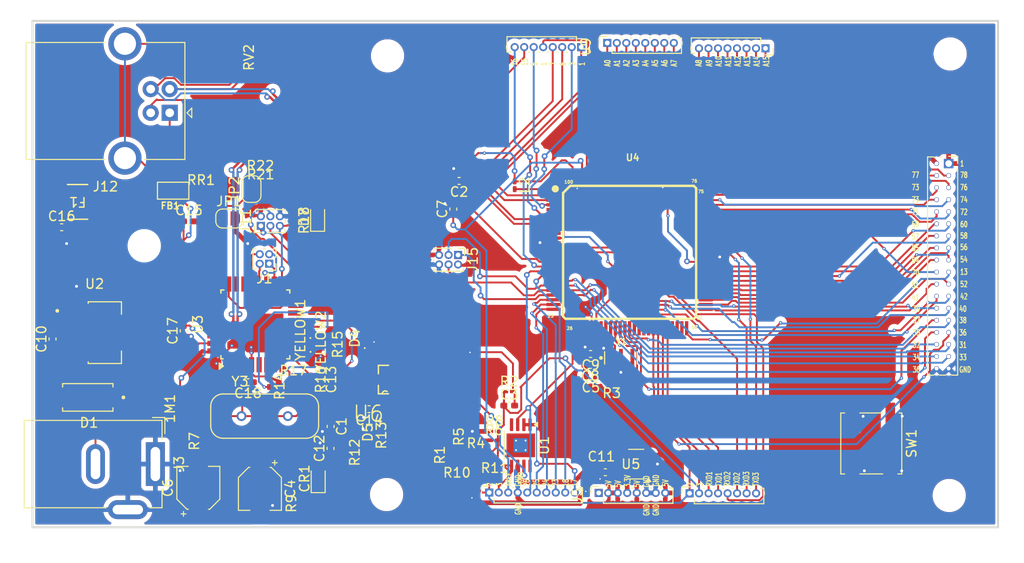
<source format=kicad_pcb>
(kicad_pcb (version 20240108) (generator "pcbnew") (generator_version "8.0")
  (layers (0 "F.Cu" signal) (31 "B.Cu" power) (34 "B.Paste" user) (35 "F.Paste" user) (36 "B.SilkS" user "B.Silkscreen") (37 "F.SilkS" user "F.Silkscreen") (38 "B.Mask" user) (39 "F.Mask" user) (44 "Edge.Cuts" user))
  (net 0 "")
  (net 1 "/ATmega16U2/1")
  (net 2 "+5V")
  (net 3 "/MCU-ATMEGA2560/AVCC")
  (net 4 "/MCU-ATMEGA2560/3")
  (net 5 "Net-(U2-VIN)")
  (net 6 "Net-(U4-VCC)")
  (net 7 "/MCU-ATMEGA2560/AREF")
  (net 8 "+3V3")
  (net 9 "/ATmega16U2/4")
  (net 10 "Net-(U3-UCAP)")
  (net 11 "/ATmega16U2/USBVCC")
  (net 12 "Net-(D1-PadC)")
  (net 13 "/MCU-ATMEGA2560/2")
  (net 14 "/ATmega16U2/MISO2")
  (net 15 "/ATmega16U2/XVCC")
  (net 16 "/ATmega16U2/USHIELD")
  (net 17 "/ATmega16U2/8PB4")
  (net 18 "/ATmega16U2/8PB6")
  (net 19 "/ATmega16U2/8PB5")
  (net 20 "/ATmega16U2/8PB7")
  (net 21 "/MCU-ATMEGA2560/PL7")
  (net 22 "/MCU-ATMEGA2560/PA3")
  (net 23 "/MCU-ATMEGA2560/PA4")
  (net 24 "/MCU-ATMEGA2560/PG0")
  (net 25 "/MCU-ATMEGA2560/PC4")
  (net 26 "/MCU-ATMEGA2560/PC3")
  (net 27 "/MCU-ATMEGA2560/PC5")
  (net 28 "/MCU-ATMEGA2560/PL3")
  (net 29 "/MCU-ATMEGA2560/PA5")
  (net 30 "/MCU-ATMEGA2560/PC2")
  (net 31 "/MCU-ATMEGA2560/PG1")
  (net 32 "/MCU-ATMEGA2560/PB3")
  (net 33 "/MCU-ATMEGA2560/PL0")
  (net 34 "/MCU-ATMEGA2560/PD7")
  (net 35 "/MCU-ATMEGA2560/PL5")
  (net 36 "/MCU-ATMEGA2560/PA0")
  (net 37 "/MCU-ATMEGA2560/PA6")
  (net 38 "/MCU-ATMEGA2560/PC1")
  (net 39 "/MCU-ATMEGA2560/PL6")
  (net 40 "/MCU-ATMEGA2560/PC6")
  (net 41 "/MCU-ATMEGA2560/PB1")
  (net 42 "/MCU-ATMEGA2560/PC0")
  (net 43 "/MCU-ATMEGA2560/PL2")
  (net 44 "/MCU-ATMEGA2560/PB0")
  (net 45 "/MCU-ATMEGA2560/PG2")
  (net 46 "/MCU-ATMEGA2560/PA2")
  (net 47 "/MCU-ATMEGA2560/PA7")
  (net 48 "/MCU-ATMEGA2560/PL1")
  (net 49 "/MCU-ATMEGA2560/PC7")
  (net 50 "/MCU-ATMEGA2560/PA1")
  (net 51 "/MCU-ATMEGA2560/PL4")
  (net 52 "/MCU-ATMEGA2560/PB2")
  (net 54 "/MCU-ATMEGA2560/ADC14")
  (net 55 "/MCU-ATMEGA2560/ADC15")
  (net 56 "/MCU-ATMEGA2560/ADC11")
  (net 57 "/MCU-ATMEGA2560/ADC12")
  (net 58 "/MCU-ATMEGA2560/ADC8")
  (net 59 "/MCU-ATMEGA2560/ADC10")
  (net 60 "/MCU-ATMEGA2560/ADC9")
  (net 61 "/MCU-ATMEGA2560/ADC13")
  (net 62 "/MCU-ATMEGA2560/TXD1")
  (net 63 "/MCU-ATMEGA2560/TXD2")
  (net 64 "/MCU-ATMEGA2560/RXD2")
  (net 65 "/MCU-ATMEGA2560/TXD3")
  (net 66 "/MCU-ATMEGA2560/RXD3")
  (net 67 "/MCU-ATMEGA2560/RXD1")
  (net 68 "/MCU-ATMEGA2560/PE4")
  (net 69 "/MCU-ATMEGA2560/PE1")
  (net 70 "/MCU-ATMEGA2560/PE3")
  (net 71 "/MCU-ATMEGA2560/PH3")
  (net 72 "/MCU-ATMEGA2560/PH4")
  (net 73 "/MCU-ATMEGA2560/PE5")
  (net 74 "/MCU-ATMEGA2560/PG5")
  (net 75 "/MCU-ATMEGA2560/PE0")
  (net 76 "/MCU-ATMEGA2560/ADC6")
  (net 77 "/MCU-ATMEGA2560/ADC7")
  (net 78 "/MCU-ATMEGA2560/ADC4")
  (net 79 "/MCU-ATMEGA2560/ADC5")
  (net 80 "/MCU-ATMEGA2560/ADC1")
  (net 81 "/MCU-ATMEGA2560/ADC2")
  (net 82 "/MCU-ATMEGA2560/ADC3")
  (net 83 "/MCU-ATMEGA2560/ADC0")
  (net 84 "/MCU-ATMEGA2560/PB7")
  (net 85 "/MCU-ATMEGA2560/PB4")
  (net 86 "/MCU-ATMEGA2560/PH6")
  (net 87 "/MCU-ATMEGA2560/PB6")
  (net 88 "/MCU-ATMEGA2560/PB5")
  (net 89 "/MCU-ATMEGA2560/PH5")
  (net 90 "/ATmega16U2/SCK2")
  (net 91 "/ATmega16U2/MOSI2")
  (net 92 "/ATmega16U2/D-")
  (net 93 "/ATmega16U2/D+")
  (net 94 "/MCU-ATMEGA2560/XTAL1")
  (net 95 "/MCU-ATMEGA2560/XTAL2")
  (net 96 "/ATmega16U2/3")
  (net 97 "/ATmega16U2/7")
  (net 98 "/ATmega16U2/8")
  (net 99 "/ATmega16U2/RD-")
  (net 100 "/ATmega16U2/RD+")
  (net 101 "/MCU-ATMEGA2560/GATE_CMD")
  (net 103 "/ATmega16U2/TXL")
  (net 110 "/ATmega16U2/RXL")
  (net 130 "/MCU-ATMEGA2560/USBVCC")
  (net 131 "GND")
  (net 132 "/ATmega16U2/DTR")
  (footprint "Capacitor_SMD:C_0402_1005Metric_Pad0.74x0.62mm_HandSolder" (layer "F.Cu") (at 109.45 106.52 90)
    (property "Reference" "C10")
    (property "Value" "100nF")
  )
  (footprint "Capacitor_SMD:C_0402_1005Metric_Pad0.74x0.62mm_HandSolder" (layer "F.Cu") (at 123.8025 94.13)
    (property "Reference" "C15")
    (property "Value" "1uF")
  )
  (footprint "Resistor_SMD:R_0201_0603Metric_Pad0.64x0.40mm_HandSolder" (layer "F.Cu") (at 122.87 113.8425 90)
    (property "Reference" "1M1")
    (property "Value" "R")
  )
  (footprint "Resistor_SMD:R_0201_0603Metric_Pad0.64x0.40mm_HandSolder" (layer "F.Cu") (at 136.61 110.78 -90)
    (property "Reference" "R16")
    (property "Value" "1K")
  )
  (footprint "LED_SMD:LED_0201_0603Metric" (layer "F.Cu") (at 136.6 107.015 90)
    (property "Reference" "YELLOW2")
    (property "Value" "LED")
  )
  (footprint "LED_SMD:LED_0201_0603Metric_Pad0.64x0.40mm_HandSolder" (layer "F.Cu") (at 142.3 106.4425 90)
    (property "Reference" "D4")
    (property "Value" "LED")
  )
  (footprint "Connector_PinHeader_1.00mm:PinHeader_2x03_P1.00mm_Vertical" (layer "F.Cu") (at 131.37 94.6 90)
    (property "Reference" "J11")
    (property "Value" "Conn_02x03_Odd_Even")
  )
  (footprint "Resistor_SMD:R_0201_0603Metric_Pad0.64x0.40mm_HandSolder" (layer "F.Cu") (at 132.23 111.1625 90)
    (property "Reference" "R14")
    (property "Value" "1K")
  )
  (footprint "Capacitor_SMD:C_0402_1005Metric_Pad0.74x0.62mm_HandSolder" (layer "F.Cu") (at 166.0875 110.46 180)
    (property "Reference" "C5")
    (property "Value" "100nF")
  )
  (footprint "MF_MSMF050_2:FUSE_F050-2" (layer "F.Cu") (at 112.0845 92.08 180)
    (property "Reference" "F1")
    (property "Value" "MF-MSMF050-2")
  )
  (footprint "Connector_USB:USB_B_OST_USB-B1HSxx_Horizontal" (layer "F.Cu") (at 121.7775 82.7 180)
    (property "Reference" "J12")
    (property "Value" "USB_B")
  )
  (footprint "SMD-FERRITE-BEAD-30R-3A_0805_:L0805" (layer "F.Cu") (at 122.141 90.9 180)
    (property "Reference" "FB1")
    (property "Value" "SMD-FERRITE-BEAD-30R-3A_0805_")
    (property "VALUE" "30R 3A" (hide yes))
  )
  (footprint "Resistor_SMD:R_0201_0603Metric_Pad0.64x0.40mm_HandSolder" (layer "F.Cu") (at 125.42 117.2875 90)
    (property "Reference" "R7")
    (property "Value" "10K")
  )
  (footprint "Capacitor_SMD:C_0402_1005Metric_Pad0.74x0.62mm_HandSolder" (layer "F.Cu") (at 166.0675 108.1 180)
    (property "Reference" "C9")
    (property "Value" "100nF")
  )
  (footprint "Capacitor_SMD:C_0402_1005Metric_Pad0.74x0.62mm_HandSolder" (layer "F.Cu") (at 138.7 118.0425 90)
    (property "Reference" "C12")
    (property "Value" "22pF")
  )
  (footprint "Package_TO_SOT_SMD:SOT-23-5" (layer "F.Cu") (at 170.8625 119.7 180)
    (property "Reference" "U5")
    (property "Value" "LP2985-3.3")
  )
  (footprint "Resistor_SMD:R_0201_0603Metric_Pad0.64x0.40mm_HandSolder" (layer "F.Cu") (at 135.63 123.8375 90)
    (property "Reference" "R9")
    (property "Value" "10K")
  )
  (footprint "Connector_PinSocket_1.00mm:PinSocket_1x08_P1.00mm_Vertical" (layer "F.Cu") (at 166.92 122.73 90)
    (property "Reference" "J5")
    (property "Value" "Conn_01x08")
  )
  (footprint "Resistor_SMD:R_0201_0603Metric_Pad0.64x0.40mm_HandSolder" (layer "F.Cu") (at 154.45 120.6725 -90)
    (property "Reference" "R5")
    (property "Value" "22R")
  )
  (footprint "Package_SO:MSOP-8-1EP_3x3mm_P0.65mm_EP2.5x3mm_Mask1.73x2.36mm_ThermalVias" (layer "F.Cu") (at 158.72 117.72 -90)
    (property "Reference" "U1")
    (property "Value" "LMV358")
  )
  (footprint "Resistor_SMD:R_0201_0603Metric_Pad0.64x0.40mm_HandSolder" (layer "F.Cu") (at 130.08 76.8225 90)
    (property "Reference" "RV1" (hide yes))
    (property "Value" "Varistor")
  )
  (footprint "MountingHole:MountingHole_3mm" (layer "F.Cu") (at 144.6 122.9)
    (property "Reference" "H4" (hide yes))
    (property "Value" "MountingHole")
  )
  (footprint "Connector_PinSocket_1.00mm:PinSocket_1x10_P1.00mm_Vertical" (layer "F.Cu") (at 155.4 122.69 90)
    (property "Reference" "J10" (hide yes))
    (property "Value" "Conn_01x10")
  )
  (footprint "Resistor_SMD:R_0201_0603Metric" (layer "F.Cu") (at 168.31 111.02)
    (property "Reference" "R3")
    (property "Value" "1M")
  )
  (footprint "PMV48XP:SOT95P230X110-3N" (layer "F.Cu") (at 144.4478 110.7898 180)
    (property "Reference" "U6")
    (property "Value" "PMV48XP")
  )
  (footprint "Resistor_SMD:R_0201_0603Metric_Pad0.64x0.40mm_HandSolder" (layer "F.Cu") (at 155.9625 120.29 180)
    (property "Reference" "R10")
    (property "Value" "1K")
  )
  (footprint "Resistor_SMD:R_0201_0603Metric_Pad0.64x0.40mm_HandSolder" (layer "F.Cu") (at 157.4875 112.04)
    (property "Reference" "R2")
    (property "Value" "10K")
  )
  (footprint "Capacitor_SMD:C_0402_1005Metric_Pad0.74x0.62mm_HandSolder" (layer "F.Cu") (at 166.0375 109.25 180)
    (property "Reference" "C8")
    (property "Value" "100nF")
  )
  (footprint "Resistor_SMD:R_0201_0603Metric_Pad0.64x0.40mm_HandSolder" (layer "F.Cu") (at 131.17 76.8675 90)
    (property "Reference" "RV2")
    (property "Value" "Varistor")
  )
  (footprint "Jumper:SolderJumper-2_P1.3mm_Open_RoundedPad1.0x1.5mm" (layer "F.Cu") (at 130.38 90.73 90)
    (property "Reference" "JP2")
    (property "Value" "RESET-EN")
  )
  (footprint "Resistor_SMD:R_0201_0603Metric_Pad0.64x0.40mm_HandSolder" (layer "F.Cu") (at 131.3175 87.22 180)
    (property "Reference" "R22")
    (property "Value" "22R")
  )
  (footprint "Capacitor_SMD:CP_Elec_4x3" (layer "F.Cu") (at 124.79 122.19 90)
    (property "Reference" "C6")
    (property "Value" "47uF")
  )
  (footprint "MountingHole:MountingHole_3mm" (layer "F.Cu") (at 119.1 96.7)
    (property "Reference" "H1" (hide yes))
    (property "Value" "MountingHole")
  )
  (footprint "Connector_PinSocket_1.00mm:PinSocket_1x08_P1.00mm_Vertical" (layer "F.Cu") (at 176.48 122.77 90)
    (property "Reference" "J7" (hide yes))
    (property "Value" "Conn_01x08")
  )
  (footprint "Connector_PinHeader_1.00mm:PinHeader_2x02_P1.00mm_Vertical" (layer "F.Cu") (at 132.25 98.59 180)
    (property "Reference" "J1")
    (property "Value" "Conn_02x02_Odd_Even")
  )
  (footprint "Resistor_SMD:R_0201_0603Metric_Pad0.64x0.40mm_HandSolder" (layer "F.Cu") (at 131.3475 88.14 180)
    (property "Reference" "R21")
    (property "Value" "22R")
  )
  (footprint "MountingHole:MountingHole_3mm" (layer "F.Cu") (at 203.8 123)
    (property "Reference" "H5" (hide yes))
    (property "Value" "MountingHole")
  )
  (footprint "MountingHole:MountingHole_3mm" (layer "F.Cu") (at 144.7 76.7)
    (property "Reference" "H3" (hide yes))
    (property "Value" "MountingHole")
  )
  (footprint "Capacitor_SMD:C_0402_1005Metric_Pad0.74x0.62mm_HandSolder" (layer "F.Cu") (at 167.6175 120.55 180)
    (property "Reference" "C11")
    (property "Value" "1uF")
  )
  (footprint "Connector_PinSocket_1.00mm:PinSocket_1x08_P1.00mm_Vertical" (layer "F.Cu") (at 167.82 75.34 90)
    (property "Reference" "J9")
    (property "Value" "Conn_01x08")
  )
  (footprint "Capacitor_SMD:C_0402_1005Metric_Pad0.74x0.62mm_HandSolder" (layer "F.Cu") (at 130.0125 111.07 180)
    (property "Reference" "C18")
    (property "Value" "22p")
  )
  (footprint "Package_QFP:TQFP-32_7x7mm_P0.8mm" (layer "F.Cu") (at 130.79 104.98 90)
    (property "Reference" "U3")
    (property "Value" "ATmega16U2-A")
  )
  (footprint "Capacitor_SMD:C_0402_1005Metric_Pad0.74x0.62mm_HandSolder" (layer "F.Cu") (at 110.4125 94.75)
    (property "Reference" "C16")
    (property "Value" "100nF")
  )
  (footprint "Capacitor_SMD:C_0402_1005Metric_Pad0.74x0.62mm_HandSolder" (layer "F.Cu") (at 123.25 105.6675 90)
    (property "Reference" "C17")
    (property "Value" "22p")
  )
  (footprint "Resistor_SMD:R_0201_0603Metric_Pad0.64x0.40mm_HandSolder" (layer "F.Cu") (at 142.3 118.4675 90)
    (property "Reference" "R12")
    (property "Value" "10k")
  )
  (footprint "Connector_PinHeader_1.00mm:PinHeader_2x03_P1.00mm_Vertical" (layer "F.Cu") (at 152.12 97.67 -90)
    (property "Reference" "J15")
    (property "Value" "Conn_02x03_Odd_Even")
  )
  (footprint "Resistor_SMD:R_0201_0603Metric_Pad0.64x0.40mm_HandSolder" (layer "F.Cu") (at 151.26 118.74 90)
    (property "Reference" "R1")
    (property "Value" "10K")
  )
  (footprint "Resistor_SMD:R_0201_0603Metric_Pad0.64x0.40mm_HandSolder" (layer "F.Cu") (at 134.77 94.0775 90)
    (property "Reference" "R18")
    (property "Value" "10K")
  )
  (footprint "Capacitor_SMD:C_0402_1005Metric_Pad0.74x0.62mm_HandSolder" (layer "F.Cu") (at 157.5025 113.53)
    (property "Reference" "C3")
    (property "Value" "100nF")
  )
  (footprint "Capacitor_SMD:C_0402_1005Metric_Pad0.74x0.62mm_HandSolder" (layer "F.Cu") (at 138.71 115.7275 -90)
    (property "Reference" "C1")
    (property "Value" "100nF")
  )
  (footprint "MountingHole:MountingHole_3mm" (layer "F.Cu") (at 203.9 76.5)
    (property "Reference" "H2" (hide yes))
    (property "Value" "MountingHole")
  )
  (footprint "Resistor_SMD:R_0201_0603Metric_Pad0.64x0.40mm_HandSolder" (layer "F.Cu") (at 155.91 117.18)
    (property "Reference" "R6")
    (property "Value" "1K")
  )
  (footprint "Diode_SMD:D_0603_1608Metric" (layer "F.Cu") (at 137.4 121.2125 90)
    (property "Reference" "CR1")
    (property "Value" "CD1206-S01575")
  )
  (footprint "CSTCE16M9V53_R0:OSC_CSTCE16M9V53-R0" (layer "F.Cu") (at 169.26 108.51)
    (property "Reference" "Y1")
    (property "Value" "CSTCE16M9V53-R0")
  )
  (footprint "Capacitor_SMD:C_0402_1005Metric_Pad0.74x0.62mm_HandSolder" (layer "F.Cu") (at 151.62 92.8375 90)
    (property "Reference" "C7")
    (property "Value" "100nF")
  )
  (footprint "ECS_160_20_4X_B_DN:XTAL_ECS-160-20-4X-B-DN" (layer "F.Cu") (at 131.77 114.64)
    (property "Reference" "Y3")
    (property "Value" "ECS-160-20-4X-B-DN")
  )
  (footprint "Inductor_SMD:L_0201_0603Metric_Pad0.64x0.40mm_HandSolder" (layer "F.Cu") (at 158.08 90.3275 -90)
    (property "Reference" "L2")
    (property "Value" "10uH")
  )
  (footprint "Connector_BarrelJack:BarrelJack_GCT_DCJ200-10-A_Horizontal" (layer "F.Cu") (at 120.27 119.69 -90)
    (property "Reference" "J3")
    (property "Value" "DCJ200-10-A-XX-K_REVA")
  )
  (footprint "M7:DIOM505270X240" (layer "F.Cu") (at 113.16 112.67 180)
    (property "Reference" "D1")
    (property "Value" "M7")
  )
  (footprint "Capacitor_SMD:C_0402_1005Metric_Pad0.74x0.62mm_HandSolder" (layer "F.Cu") (at 152.2275 89.87 180)
    (property "Reference" "C2")
    (property "Value" "100nF")
  )
  (footprint "Resistor_SMD:R_0201_0603Metric_Pad0.64x0.40mm_HandSolder" (layer "F.Cu") (at 155.9075 116.23 180)
    (property "Reference" "R8")
    (property "Value" "10K")
  )
  (footprint "Diode_SMD:D_0603_1608Metric" (layer "F.Cu") (at 137.34 93.6875 90)
    (property "Reference" "D7")
    (property "Value" "D")
  )
  (footprint "Connector_PinSocket_1.00mm:PinSocket_1x08_P1.00mm_Vertical" (layer "F.Cu") (at 165.08 75.78 -90)
    (property "Reference" "J8" (hide yes))
    (property "Value" "Conn_01x08")
  )
  (footprint "Connector_PinSocket_1.00mm:PinSocket_1x08_P1.00mm_Vertical" (layer "F.Cu") (at 184.47 75.91 -90)
    (property "Reference" "J6" (hide yes))
    (property "Value" "Conn_01x08")
  )
  (footprint "Resistor_SMD:R_0201_0603Metric_Pad0.64x0.40mm_HandSolder" (layer "F.Cu") (at 155.8925 119.4 180)
    (property "Reference" "R4")
    (property "Value" "22R")
  )
  (footprint "Capacitor_SMD:C_0402_1005Metric_Pad0.74x0.62mm_HandSolder" (layer "F.Cu") (at 137.62 110.7925 -90)
    (property "Reference" "C13")
    (property "Value" "100nF")
  )
  (footprint "Resistor_SMD:R_0201_0603Metric_Pad0.64x0.40mm_HandSolder" (layer "F.Cu") (at 134.7875 110.89)
    (property "Reference" "R17")
    (property "Value" "1K")
  )
  (footprint "LED_SMD:LED_0201_0603Metric_Pad0.64x0.40mm_HandSolder" (layer "F.Cu") (at 141.57 116.38 -90)
    (property "Reference" "D5")
    (property "Value" "LED")
  )
  (footprint "Capacitor_SMD:CP_Elec_4x3" (layer "F.Cu") (at 131.27 122.3 -90)
    (property "Reference" "C4")
    (property "Value" "47uF")
  )
  (footprint "LED_SMD:LED_0201_0603Metric" (layer "F.Cu") (at 136.58 105.555 90)
    (property "Reference" "YELLOW1")
    (property "Value" "LED")
  )
  (footprint "MCU-ATMEGA2560-16AU_TQFP100:TQFP100-0.5-14X14MM" (layer "F.Cu") (at 170.17 97.39)
    (property "Reference" "U4")
    (property "Value" "MCU-ATMEGA2560-16AU_TQFP100_")
  )
  (footprint "Connector_PinSocket_1.27mm:PinSocket_2x18_P1.27mm_Vertical" (layer "F.Cu") (at 203.74 88.04)
    (property "Reference" "J4" (hide yes))
    (property "Value" "Conn_02x18_Odd_Even")
  )
  (footprint "Resistor_SMD:R_0201_0603Metric_Pad0.64x0.40mm_HandSolder" (layer "F.Cu") (at 146.8 117.4075 90)
    (property "Reference" "R13")
    (property "Value" "10k")
  )
  (footprint "Resistor_SMD:R_0201_0603Metric_Pad0.64x0.40mm_HandSolder" (layer "F.Cu") (at 155.96 121.16)
    (property "Reference" "R11")
    (property "Value" "1K")
  )
  (footprint "Jumper:SolderJumper-2_P1.3mm_Open_RoundedPad1.0x1.5mm" (layer "F.Cu") (at 128.03 93.83)
    (property "Reference" "JP1")
    (property "Value" "GROUND")
  )
  (footprint "Resistor_SMD:R_0201_0603Metric_Pad0.64x0.40mm_HandSolder" (layer "F.Cu") (at 138.4 107.0975 -90)
    (property "Reference" "R15")
    (property "Value" "1K")
  )
  (footprint "Button_Switch_SMD:SW_Push_1P1T_NO_CK_KSC6xxJ" (layer "F.Cu") (at 195.6 117.52 90)
    (property "Reference" "SW1")
    (property "Value" "SW_MEC_5E")
  )
  (footprint "Capacitor_SMD:C_0402_1005Metric_Pad0.74x0.62mm_HandSolder" (layer "F.Cu") (at 142.7525 113.91 180)
    (property "Reference" "C14")
    (property "Value" "100nF")
  )
  (footprint "Resistor_SMD:R_0201_0603Metric_Pad0.64x0.40mm_HandSolder" (layer "F.Cu") (at 125.0775 90.83)
    (property "Reference" "RR1")
    (property "Value" "1M")
  )
  (footprint "LD1117S50CTR:SOT230P700X180-4N" (layer "F.Cu") (at 114.9525 105.85)
    (property "Reference" "U2")
    (property "Value" "LD1117S50CTR")
  )
  (gr_line (start 208.94 126.35) (end 208.94 73.01) (stroke (width 0.2)) (layer "Edge.Cuts"))
  (gr_line (start 107.34 126.35) (end 208.94 126.35) (stroke (width 0.2)) (layer "Edge.Cuts"))
  (gr_line (start 208.94 73.01) (end 107.34 73.01) (stroke (width 0.2)) (layer "Edge.Cuts"))
  (gr_line (start 107.34 73.01) (end 107.34 126.35) (stroke (width 0.2)) (layer "Edge.Cuts"))
  (gr_text "tgh" (at 205.5 88.5 0) (layer "F.Cu") (effects (font (size 0.8 0.6) (thickness 0.15) (bold yes)) (justify left bottom)))
  (gr_text "A13" (at 182.9 77.9 90) (layer "F.SilkS") (effects (font (size 0.6 0.4) (thickness 0.1) (bold yes)) (justify left bottom)))
  (gr_text "72" (at 204.9 93.5 0) (layer "F.SilkS") (effects (font (size 0.6 0.4) (thickness 0.1) (bold yes)) (justify left bottom)))
  (gr_text "41" (at 199.8 102.5 0) (layer "F.SilkS") (effects (font (size 0.6 0.4) (thickness 0.1) (bold yes)) (justify left bottom)))
  (gr_text "A7" (at 175.2 77.9 90) (layer "F.SilkS") (effects (font (size 0.6 0.4) (thickness 0.1) (bold yes)) (justify left bottom)))
  (gr_text "A10" (at 179.9 77.9 90) (layer "F.SilkS") (effects (font (size 0.6 0.4) (thickness 0.1) (bold yes)) (justify left bottom)))
  (gr_text "TXD2" (at 181.8 122.1 90) (layer "F.SilkS") (effects (font (size 0.6 0.4) (thickness 0.1) (bold yes)) (justify left bottom)))
  (gr_text "3" (at 156.8 122.1 90) (layer "F.SilkS") (effects (font (size 0.6 0.4) (thickness 0.1) (bold yes)) (justify left bottom)))
  (gr_text "73" (at 199.8 90.9 0) (layer "F.SilkS") (effects (font (size 0.6 0.4) (thickness 0.1) (bold yes)) (justify left bottom)))
  (gr_text "59" (at 199.8 94.8 0) (layer "F.SilkS") (effects (font (size 0.6 0.4) (thickness 0.1) (bold yes)) (justify left bottom)))
  (gr_text "71" (at 199.8 93.5 0) (layer "F.SilkS") (effects (font (size 0.6 0.4) (thickness 0.1) (bold yes)) (justify left bottom)))
  (gr_text "A12" (at 181.9 77.9 90) (layer "F.SilkS") (effects (font (size 0.6 0.4) (thickness 0.1) (bold yes)) (justify left bottom)))
  (gr_text "38" (at 204.8 104.9 0) (layer "F.SilkS") (effects (font (size 0.6 0.4) (thickness 0.1) (bold yes)) (justify left bottom)))
  (gr_text "25" (at 160.7 122.1 90) (layer "F.SilkS") (effects (font (size 0.6 0.4) (thickness 0.1) (bold yes)) (justify left bottom)))
  (gr_text "GND" (at 172.3 125.2 90) (layer "F.SilkS") (effects (font (size 0.6 0.4) (thickness 0.1) (bold yes)) (justify left bottom)))
  (gr_text "3" (at 164.5 77.8 90) (layer "F.SilkS") (effects (font (size 0.6 0.4) (thickness 0.1) (bold yes)) (justify left bottom)))
  (gr_text "A0" (at 168.2 77.9 90) (layer "F.SilkS") (effects (font (size 0.6 0.4) (thickness 0.1) (bold yes)) (justify left bottom)))
  (gr_text "GND" (at 172.3 122.2 90) (layer "F.SilkS") (effects (font (size 0.6 0.4) (thickness 0.1) (bold yes)) (justify left bottom)))
  (gr_text "78" (at 204.9 89.6 0) (layer "F.SilkS") (effects (font (size 0.6 0.4) (thickness 0.1) (bold yes)) (justify left bottom)))
  (gr_text "1" (at 165.5 77.8 90) (layer "F.SilkS") (effects (font (size 0.6 0.4) (thickness 0.1) (bold yes)) (justify left bottom)))
  (gr_text "26" (at 159.7 122.1 90) (layer "F.SilkS") (effects (font (size 0.6 0.4) (thickness 0.1) (bold yes)) (justify left bottom)))
  (gr_text "6" (at 163.5 77.8 90) (layer "F.SilkS") (effects (font (size 0.6 0.4) (thickness 0.1) (bold yes)) (justify left bottom)))
  (gr_text "A14" (at 183.9 77.9 90) (layer "F.SilkS") (effects (font (size 0.6 0.4) (thickness 0.1) (bold yes)) (justify left bottom)))
  (gr_text "32" (at 199.9 107.5 0) (layer "F.SilkS") (effects (font (size 0.6 0.4) (thickness 0.1) (bold yes)) (justify left bottom)))
  (gr_text "5V" (at 174.3 122.1 90) (layer "F.SilkS") (effects (font (size 0.6 0.4) (thickness 0.1) (bold yes)) (justify left bottom)))
  (gr_text "2" (at 176.9 122.1 90) (layer "F.SilkS") (effects (font (size 0.6 0.4) (thickness 0.1) (bold yes)) (justify left bottom)))
  (gr_text "A8" (at 177.8 77.9 90) (layer "F.SilkS") (effects (font (size 0.6 0.4) (thickness 0.1) (bold yes)) (justify left bottom)))
  (gr_text "54" (at 204.9 98.5 0) (layer "F.SilkS") (effects (font (size 0.6 0.4) (thickness 0.1) (bold yes)) (justify left bottom)))
  (gr_text "A3" (at 171.2 77.9 90) (layer "F.SilkS") (effects (font (size 0.6 0.4) (thickness 0.1) (bold yes)) (justify left bottom)))
  (gr_text "TXD3" (at 183.8 122.1 90) (layer "F.SilkS") (effects (font (size 0.6 0.4) (thickness 0.1) (bold yes)) (justify left bottom)))
  (gr_text "1" (at 204.9 88.4 0) (layer "F.SilkS") (effects (font (size 0.6 0.4) (thickness 0.1) (bold yes)) (justify left bottom)))
  (gr_text "40" (at 204.8 103.7 0) (layer "F.SilkS") (effects (font (size 0.6 0.4) (thickness 0.1) (bold yes)) (justify left bottom)))
  (gr_text "GND" (at 158.8 125.1 90) (layer "F.SilkS") (effects (font (size 0.6 0.4) (thickness 0.1) (bold yes)) (justify left bottom)))
  (gr_text "GND" (at 159.1 121.8 90) (layer "F.SilkS") (effects (font (size 0.6 0.4) (thickness 0.1) (bold yes)) (justify left bottom)))
  (gr_text "A1" (at 169.2 77.9 90) (layer "F.SilkS") (effects (font (size 0.6 0.4) (thickness 0.1) (bold yes)) (justify left bottom)))
  (gr_text "TXD1" (at 179.9 122.1 90) (layer "F.SilkS") (effects (font (size 0.6 0.4) (thickness 0.1) (bold yes)) (justify left bottom)))
  (gr_text "A9" (at 178.9 77.9 90) (layer "F.SilkS") (effects (font (size 0.6 0.4) (thickness 0.1) (bold yes)) (justify left bottom)))
  (gr_text "57" (at 199.8 96.1 0) (layer "F.SilkS") (effects (font (size 0.6 0.4) (thickness 0.1) (bold yes)) (justify left bottom)))
  (gr_text "RXD1" (at 178.9 122.1 90) (layer "F.SilkS") (effects (font (size 0.6 0.4) (thickness 0.1) (bold yes)) (justify left bottom)))
  (gr_text "36" (at 204.8 106.2 0) (layer "F.SilkS") (effects (font (size 0.6 0.4) (thickness 0.1) (bold yes)) (justify left bottom)))
  (gr_text "7" (at 162.5 77.8 90) (layer "F.SilkS") (effects (font (size 0.6 0.4) (thickness 0.1) (bold yes)) (justify left bottom)))
  (gr_text "17" (at 164.7 122.1 90) (layer "F.SilkS") (effects (font (size 0.6 0.4) (thickness 0.1) (bold yes)) (justify left bottom)))
  (gr_text "77" (at 199.8 89.6 0) (layer "F.SilkS") (effects (font (size 0.6 0.4) (thickness 0.1) (bold yes)) (justify left bottom)))
  (gr_text "34" (at 199.9 108.8 0) (layer "F.SilkS") (effects (font (size 0.6 0.4) (thickness 0.1) (bold yes)) (justify left bottom)))
  (gr_text "42" (at 204.9 102.4 0) (layer "F.SilkS") (effects (font (size 0.6 0.4) (thickness 0.1) (bold yes)) (justify left bottom)))
  (gr_text "A5" (at 173.2 77.9 90) (layer "F.SilkS") (effects (font (size 0.6 0.4) (thickness 0.1) (bold yes)) (justify left bottom)))
  (gr_text "A2" (at 170.2 77.9 90) (layer "F.SilkS") (effects (font (size 0.6 0.4) (thickness 0.1) (bold yes)) (justify left bottom)))
  (gr_text "23" (at 162.7 122.1 90) (layer "F.SilkS") (effects (font (size 0.6 0.4) (thickness 0.1) (bold yes)) (justify left bottom)))
  (gr_text "36" (at 199.9 110.1 0) (layer "F.SilkS") (effects (font (size 0.6 0.4) (thickness 0.1) (bold yes)) (justify left bottom)))
  (gr_text "31" (at 204.8 107.5 0) (layer "F.SilkS") (effects (font (size 0.6 0.4) (thickness 0.1) (bold yes)) (justify left bottom)))
  (gr_text "A11" (at 180.9 77.9 90) (layer "F.SilkS") (effects (font (size 0.6 0.4) (thickness 0.1) (bold yes)) (justify left bottom)))
  (gr_text "RXD3" (at 182.8 122.1 90) (layer "F.SilkS") (effects (font (size 0.6 0.4) (thickness 0.1) (bold yes)) (justify left bottom)))
  (gr_text "18" (at 163.8 122.1 90) (layer "F.SilkS") (effects (font (size 0.6 0.4) (thickness 0.1) (bold yes)) (justify left bottom)))
  (gr_text "24" (at 161.7 122.1 90) (layer "F.SilkS") (effects (font (size 0.6 0.4) (thickness 0.1) (bold yes)) (justify left bottom)))
  (gr_text "56" (at 204.9 97.2 0) (layer "F.SilkS") (effects (font (size 0.6 0.4) (thickness 0.1) (bold yes)) (justify left bottom)))
  (gr_text "5" (at 160.5 77.8 90) (layer "F.SilkS") (effects (font (size 0.6 0.4) (thickness 0.1) (bold yes)) (justify left bottom)))
  (gr_text "74" (at 204.9 92.2 0) (layer "F.SilkS") (effects (font (size 0.6 0.4) (thickness 0.1) (bold yes)) (justify left bottom)))
  (gr_text "RXD2" (at 180.8 122.1 90) (layer "F.SilkS") (effects (font (size 0.6 0.4) (thickness 0.1) (bold yes)) (justify left bottom)))
  (gr_text "70" (at 199.8 99.9 0) (layer "F.SilkS") (effects (font (size 0.6 0.4) (thickness 0.1) (bold yes)) (justify left bottom)))
  (gr_text "GND" (at 173.3 122.1 90) (layer "F.SilkS") (effects (font (size 0.6 0.4) (thickness 0.1) (bold yes)) (justify left bottom)))
  (gr_text "60" (at 204.9 94.8 0) (layer "F.SilkS") (effects (font (size 0.6 0.4) (thickness 0.1) (bold yes)) (justify left bottom)))
  (gr_text "3.3V" (at 170.3 122.2 90) (layer "F.SilkS") (effects (font (size 0.6 0.4) (thickness 0.1) (bold yes)) (justify left bottom)))
  (gr_text "15" (at 159.5 77.8 90) (layer "F.SilkS") (effects (font (size 0.6 0.4) (thickness 0.1) (bold yes)) (justify left bottom)))
  (gr_text "GND" (at 204.8 110.1 0) (layer "F.SilkS") (effects (font (size 0.6 0.4) (thickness 0.1) (bold yes)) (justify left bottom)))
  (gr_text "55" (at 199.8 97.3 0) (layer "F.SilkS") (effects (font (size 0.6 0.4) (thickness 0.1) (bold yes)) (justify left bottom)))
  (gr_text "35" (at 199.9 106.2 0) (layer "F.SilkS") (effects (font (size 0.6 0.4) (thickness 0.1) (bold yes)) (justify left bottom)))
  (gr_text "58" (at 204.9 96 0) (layer "F.SilkS") (effects (font (size 0.6 0.4) (thickness 0.1) (bold yes)) (justify left bottom)))
  (gr_text "16" (at 158.4 77.8 90) (layer "F.SilkS") (effects (font (size 0.6 0.4) (thickness 0.1) (bold yes)) (justify left bottom)))
  (gr_text "GND" (at 173.3 125.2 90) (layer "F.SilkS") (effects (font (size 0.6 0.4) (thickness 0.1) (bold yes)) (justify left bottom)))
  (gr_text "33" (at 204.8 108.8 0) (layer "F.SilkS") (effects (font (size 0.6 0.4) (thickness 0.1) (bold yes)) (justify left bottom)))
  (gr_text "1" (at 161.5 77.8 90) (layer "F.SilkS") (effects (font (size 0.6 0.4) (thickness 0.1) (bold yes)) (justify left bottom)))
  (gr_text "5V" (at 168.3 122.2 90) (layer "F.SilkS") (effects (font (size 0.6 0.4) (thickness 0.1) (bold yes)) (justify left bottom)))
  (gr_text "GND" (at 158.8 122.1 90) (layer "F.SilkS") (effects (font (size 0.6 0.4) (thickness 0.1) (bold yes)) (justify left bottom)))
  (gr_text "52" (at 204.9 101.1 0) (layer "F.SilkS") (effects (font (size 0.6 0.4) (thickness 0.1) (bold yes)) (justify left bottom)))
  (gr_text "13" (at 204.9 99.8 0) (layer "F.SilkS") (effects (font (size 0.6 0.4) (thickness 0.1) (bold yes)) (justify left bottom)))
  (gr_text "AREF" (at 157.8 122.1 90) (layer "F.SilkS") (effects (font (size 0.6 0.4) (thickness 0.1) (bold yes)) (justify left bottom)))
  (gr_text "37" (at 199.9 104.9 0) (layer "F.SilkS") (effects (font (size 0.6 0.4) (thickness 0.1) (bold yes)) (justify left bottom)))
  (gr_text "2" (at 155.8 122.1 90) (layer "F.SilkS") (effects (font (size 0.6 0.4) (thickness 0.1) (bold yes)) (justify left bottom)))
  (gr_text "3" (at 177.9 122.1 90) (layer "F.SilkS") (effects (font (size 0.6 0.4) (thickness 0.1) (bold yes)) (justify left bottom)))
  (gr_text "A4" (at 172.2 77.9 90) (layer "F.SilkS") (effects (font (size 0.6 0.4) (thickness 0.1) (bold yes)) (justify left bottom)))
  (gr_text "54" (at 199.8 98.6 0) (layer "F.SilkS") (effects (font (size 0.6 0.4) (thickness 0.1) (bold yes)) (justify left bottom)))
  (gr_text "A6" (at 174.2 77.9 90) (layer "F.SilkS") (effects (font (size 0.6 0.4) (thickness 0.1) (bold yes)) (justify left bottom)))
  (gr_text "5V" (at 169.3 122.2 90) (layer "F.SilkS") (effects (font (size 0.6 0.4) (thickness 0.1) (bold yes)) (justify left bottom)))
  (gr_text "73" (at 199.8 92.2 0) (layer "F.SilkS") (effects (font (size 0.6 0.4) (thickness 0.1) (bold yes)) (justify left bottom)))
  (gr_text "A15" (at 184.9 77.9 90) (layer "F.SilkS") (effects (font (size 0.6 0.4) (thickness 0.1) (bold yes)) (justify left bottom)))
  (gr_text "5V" (at 171.3 122.2 90) (layer "F.SilkS") (effects (font (size 0.6 0.4) (thickness 0.1) (bold yes)) (justify left bottom)))
  (gr_text "51" (at 199.8 101.2 0) (layer "F.SilkS") (effects (font (size 0.6 0.4) (thickness 0.1) (bold yes)) (justify left bottom)))
  (gr_text "39" (at 199.9 103.7 0) (layer "F.SilkS") (effects (font (size 0.6 0.4) (thickness 0.1) (bold yes)) (justify left bottom)))
  (gr_text "76" (at 204.9 90.9 0) (layer "F.SilkS") (effects (font (size 0.6 0.4) (thickness 0.1) (bold yes)) (justify left bottom)))
  (segment (start 124.67 90.83) (end 124.635 90.83) (width 0.2) (layer "F.Cu") (net 1))
  (segment (start 123.03 91.84) (end 123.98 92.79) (width 0.2) (layer "F.Cu") (net 1))
  (segment (start 128.79 108.128) (end 129.255 108.128) (width 0.2) (layer "F.Cu") (net 1))
  (segment (start 129.33 114.64) (end 127.49 114.64) (width 0.2) (layer "F.Cu") (net 1))
  (segment (start 123.861667 105.1) (end 124.176126 105.414459) (width 0.2) (layer "F.Cu") (net 1))
  (segment (start 127.49 114.64) (end 127.1 114.25) (width 0.2) (layer "F.Cu") (net 1))
  (segment (start 135.672 111.367) (end 135.8515 111.1875) (width 0.2) (layer "F.Cu") (net 1))
  (segment (start 123.25 104.58) (end 123.25 105.1) (width 0.2) (layer "F.Cu") (net 1))
  (segment (start 123 110.62) (end 122.87 110.75) (width 0.2) (layer "F.Cu") (net 1))
  (segment (start 129.41 114.26) (end 129.24 114.26) (width 0.2) (layer "F.Cu") (net 1))
  (segment (start 135.672 112.708) (end 135.672 111.367) (width 0.2) (layer "F.Cu") (net 1))
  (segment (start 122.87 110.75) (end 122.87 113.435) (width 0.2) (layer "F.Cu") (net 1))
  (segment (start 127.165 92.5097) (end 125.485 90.83) (width 0.2) (layer "F.Cu") (net 1))
  (segment (start 129.255 108.128) (end 129.41 108.283) (width 0.2) (layer "F.Cu") (net 1))
  (segment (start 125.438 104.58) (end 126.54 104.58) (width 0.2) (layer "F.Cu") (net 1))
  (segment (start 136.7825 111.36) (end 136.61 111.1875) (width 0.2) (layer "F.Cu") (net 1))
  (segment (start 123.03 90.9) (end 123.03 91.84) (width 0.2) (layer "F.Cu") (net 1))
  (segment (start 123.868 81.768) (end 123.868 90.0625) (width 0.2) (layer "F.Cu") (net 1))
  (segment (start 123.4 81.3) (end 123.868 81.768) (width 0.2) (layer "F.Cu") (net 1))
  (segment (start 127.38 93.83) (end 127.38 92.725) (width 0.2) (layer "F.Cu") (net 1))
  (segment (start 125.431 104.572) (end 125.438 104.58) (width 0.2) (layer "F.Cu") (net 1))
  (segment (start 135.66 114.06) (end 135.69 114.06) (width 0.2) (layer "F.Cu") (net 1))
  (segment (start 130.38 90.9789) (end 128.849 92.5097) (width 0.2) (layer "F.Cu") (net 1))
  (segment (start 134.21 114.64) (end 135.08 114.64) (width 0.2) (layer "F.Cu") (net 1))
  (segment (start 123.235 94.13) (end 123.235 96.12) (width 0.2) (layer "F.Cu") (net 1))
  (segment (start 130.38 90.9789) (end 130.38 91.38) (width 0.2) (layer "F.Cu") (net 1))
  (segment (start 129.41 109.23) (end 129.59 109.23) (width 0.2) (layer "F.Cu") (net 1))
  (segment (start 135.69 112.726) (end 135.672 112.708) (width 0.2) (layer "F.Cu") (net 1))
  (segment (start 129.23 114.25) (end 129.24 114.26) (width 0.2) (layer "F.Cu") (net 1))
  (segment (start 122.87 114.25) (end 125.98 114.25) (width 0.2) (layer "F.Cu") (net 1))
  (segment (start 123.242 104.572) (end 125.431 104.572) (width 0.2) (layer "F.Cu") (net 1))
  (segment (start 120.4 81.3) (end 120.4532 81.3532) (width 0.2) (layer "F.Cu") (net 1))
  (segment (start 135.69 114.06) (end 135.69 112.726) (width 0.2) (layer "F.Cu") (net 1))
  (segment (start 135.08 114.64) (end 135.66 114.06) (width 0.2) (layer "F.Cu") (net 1))
  (segment (start 119.7775 82.7) (end 119.7775 81.9225) (width 0.2) (layer "F.Cu") (net 1))
  (segment (start 123.242 104.572) (end 123.25 104.58) (width 0.2) (layer "F.Cu") (net 1))
  (segment (start 129.33 114.64) (end 134.21 114.64) (width 0.2) (layer "F.Cu") (net 1))
  (segment (start 123.25 96.12) (end 123.235 96.12) (width 0.2) (layer "F.Cu") (net 1))
  (segment (start 128.849 92.5097) (end 127.165 92.5097) (width 0.2) (layer "F.Cu") (net 1))
  (segment (start 123.235 104.565) (end 123.242 104.572) (width 0.2) (layer "F.Cu") (net 1))
  (segment (start 137.62 111.36) (end 136.7825 111.36) (width 0.2) (layer "F.Cu") (net 1))
  (segment (start 124.635 90.83) (end 123.868 90.0625) (width 0.2) (layer "F.Cu") (net 1))
  (segment (start 129.41 108.283) (end 129.41 109.23) (width 0.2) (layer "F.Cu") (net 1))
  (segment (start 120.4532 81.3532) (end 123.3468 81.3532) (width 0.2) (layer "F.Cu") (net 1))
  (segment (start 123.25 105.1) (end 123.861667 105.1) (width 0.2) (layer "F.Cu") (net 1))
  (segment (start 119.7775 81.9225) (end 120.4 81.3) (width 0.2) (layer "F.Cu") (net 1))
  (segment (start 124.67 90.83) (end 125.485 90.83) (width 0.2) (layer "F.Cu") (net 1))
  (segment (start 123.03 90.9) (end 123.868 90.0625) (width 0.2) (layer "F.Cu") (net 1))
  (segment (start 129.41 109.23) (end 129.41 110.88) (width 0.2) (layer "F.Cu") (net 1))
  (segment (start 127.1 114.25) (end 125.98 114.25) (width 0.2) (layer "F.Cu") (net 1))
  (segment (start 123.3468 81.3532) (end 123.4 81.3) (width 0.2) (layer "F.Cu") (net 1))
  (segment (start 130.38 90.08) (end 130.38 90.9789) (width 0.2) (layer "F.Cu") (net 1))
  (segment (start 127.38 92.725) (end 127.165 92.5097) (width 0.2) (layer "F.Cu") (net 1))
  (segment (start 135.672 111.367) (end 135.195 110.89) (width 0.2) (layer "F.Cu") (net 1))
  (segment (start 127.99 109.23) (end 127.99 108.128) (width 0.2) (layer "F.Cu") (net 1))
  (segment (start 123.235 96.12) (end 123.235 104.565) (width 0.2) (layer "F.Cu") (net 1))
  (segment (start 122.87 113.435) (end 122.87 114.25) (width 0.2) (layer "F.Cu") (net 1))
  (segment (start 128.79 109.23) (end 128.79 108.128) (width 0.2) (layer "F.Cu") (net 1))
  (segment (start 123.78 95.59) (end 123.25 96.12) (width 0.2) (layer "F.Cu") (net 1))
  (segment (start 127.99 108.128) (end 128.79 108.128) (width 0.2) (layer "F.Cu") (net 1))
  (segment (start 135.8515 111.1875) (end 136.61 111.1875) (width 0.2) (layer "F.Cu") (net 1))
  (segment (start 129.41 110.88) (end 129.41 114.26) (width 0.2) (layer "F.Cu") (net 1))
  (via (at 123 110.62) (size 0.6) (drill 0.3) (layers "F.Cu" "B.Cu") (net 1))
  (via (at 124.176126 105.414459) (size 0.6) (drill 0.3) (layers "F.Cu" "B.Cu") (net 1))
  (via (at 123.78 95.59) (size 0.6) (drill 0.3) (layers "F.Cu" "B.Cu") (net 1))
  (via (at 123.98 92.79) (size 0.6) (drill 0.3) (layers "F.Cu" "B.Cu") (net 1))
  (segment (start 123.98 95.39) (end 123.78 95.59) (width 0.2) (layer "B.Cu") (net 1))
  (segment (start 123 110.62) (end 125.443 108.177) (width 0.2) (layer "B.Cu") (net 1))
  (segment (start 125.443 108.177) (end 125.443 106.681333) (width 0.2) (layer "B.Cu") (net 1))
  (segment (start 125.443 106.681333) (end 124.176126 105.414459) (width 0.2) (layer "B.Cu") (net 1))
  (segment (start 123.98 92.79) (end 123.98 95.39) (width 0.2) (layer "B.Cu") (net 1))
  (segment (start 156.37 121.1575) (end 156.3675 121.16) (width 0.2) (layer "F.Cu") (net 2))
  (segment (start 134.77 93.6) (end 134.77 93.67) (width 0.2) (layer "F.Cu") (net 2))
  (segment (start 133.115 110.755) (end 133.25 110.62) (width 0.2) (layer "F.Cu") (net 2))
  (segment (start 171.92 120.73) (end 172 120.65) (width 0.2) (layer "F.Cu") (net 2))
  (segment (start 155.485 120.22) (end 155.555 120.29) (width 0.2) (layer "F.Cu") (net 2))
  (segment (start 132.23 110.755) (end 133.115 110.755) (width 0.2) (layer "F.Cu") (net 2))
  (segment (start 130.39 109.23) (end 130.39 107.99) (width 0.2) (layer "F.Cu") (net 2))
  (segment (start 128.32 107.225) (end 128.32 107.22) (width 0.2) (layer "F.Cu") (net 2))
  (segment (start 154.45 120.265) (end 154.422 120.238) (width 0.2) (layer "F.Cu") (net 2))
  (segment (start 124.9 124.1) (end 124.79 123.99) (width 0.2) (layer "F.Cu") (net 2))
  (segment (start 126.69 108.855) (end 128.32 107.225) (width 0.2) (layer "F.Cu") (net 2))
  (segment (start 154.45 120.265) (end 155.53 120.265) (width 0.2) (layer "F.Cu") (net 2))
  (segment (start 155.49 119.395) (end 155.485 119.4) (width 0.2) (layer "F.Cu") (net 2))
  (segment (start 137.975 107.505) (end 138.4 107.505) (width 0.2) (layer "F.Cu") (net 2))
  (segment (start 126.69 109.1) (end 126.69 108.855) (width 0.2) (layer "F.Cu") (net 2))
  (segment (start 131.935 110.46) (end 132.23 110.755) (width 0.2) (layer "F.Cu") (net 2))
  (segment (start 155.53 120.265) (end 155.555 120.29) (width 0.2) (layer "F.Cu") (net 2))
  (segment (start 166.17 105.39) (end 166.17 103.95) (width 0.2) (layer "F.Cu") (net 2))
  (segment (start 130.39 110.12) (end 130.73 110.46) (width 0.2) (layer "F.Cu") (net 2))
  (segment (start 130.73 110.46) (end 131.935 110.46) (width 0.2) (layer "F.Cu") (net 2))
  (segment (start 154.495 120.22) (end 154.45 120.265) (width 0.2) (layer "F.Cu") (net 2))
  (segment (start 130.39 107.99) (end 130.37 107.97) (width 0.2) (layer "F.Cu") (net 2))
  (segment (start 137.66 108.33) (end 137.66 107.82) (width 0.2) (layer "F.Cu") (net 2))
  (segment (start 137.66 107.82) (end 137.975 107.505) (width 0.2) (layer "F.Cu") (net 2))
  (segment (start 111.938 105.85) (end 111.9375 105.85) (width 0.2) (layer "F.Cu") (net 2))
  (segment (start 156.37 120.29) (end 156.37 121.1575) (width 0.5) (layer "F.Cu") (net 2))
  (segment (start 130.39 109.23) (end 130.39 110.12) (width 0.2) (layer "F.Cu") (net 2))
  (segment (start 166.17 103.95) (end 166.15 103.93) (width 0.2) (layer "F.Cu") (net 2))
  (via (at 165.55 103.14) (size 0.35) (drill 0.15) (layers "F.Cu" "B.Cu") (net 2))
  (via (at 128.32 107.22) (size 0.35) (drill 0.15) (layers "F.Cu" "B.Cu") (net 2))
  (via (at 130.37 107.97) (size 0.35) (drill 0.15) (layers "F.Cu" "B.Cu") (net 2))
  (via (at 126.69 109.1) (size 0.35) (drill 0.15) (layers "F.Cu" "B.Cu") (net 2))
  (via (at 137.66 108.33) (size 0.35) (drill 0.15) (layers "F.Cu" "B.Cu") (net 2))
  (via (at 166.15 103.93) (size 0.35) (drill 0.15) (layers "F.Cu" "B.Cu") (net 2))
  (via (at 130.35 107.39) (size 0.35) (drill 0.15) (layers "F.Cu" "B.Cu") (net 2))
  (via (at 133.25 110.62) (size 0.35) (drill 0.15) (layers "F.Cu" "B.Cu") (net 2))
  (segment (start 133.25 110.62) (end 134.38 109.49) (width 0.2) (layer "B.Cu") (net 2))
  (segment (start 137.07 109.49) (end 137.07 108.92) (width 0.2) (layer "B.Cu") (net 2))
  (segment (start 137.07 108.92) (end 137.66 108.33) (width 0.2) (layer "B.Cu") (net 2))
  (segment (start 166.15 103.93) (end 166.15 103.74) (width 0.2) (layer "B.Cu") (net 2))
  (segment (start 130.37 107.41) (end 130.35 107.39) (width 0.2) (layer "B.Cu") (net 2))
  (segment (start 130.37 107.97) (end 130.37 107.41) (width 0.2) (layer "B.Cu") (net 2))
  (segment (start 134.38 109.49) (end 137.07 109.49) (width 0.2) (layer "B.Cu") (net 2))
  (segment (start 166.15 103.74) (end 165.55 103.14) (width 0.2) (layer "B.Cu") (net 2))
  (segment (start 163.43 87.7) (end 164.14 88.41) (width 0.2) (layer "F.Cu") (net 3))
  (segment (start 152.795 89.87) (end 152.795 88.385) (width 0.2) (layer "F.Cu") (net 3))
  (segment (start 158.08 89.92) (end 160.81 89.92) (width 0.2) (layer "F.Cu") (net 3))
  (segment (start 164.17 88.41) (end 164.17 89.39) (width 0.2) (layer "F.Cu") (net 3))
  (segment (start 158.07 88.83) (end 158.07 89.91) (width 0.2) (layer "F.Cu") (net 3))
  (segment (start 158.07 89.91) (end 158.08 89.92) (width 0.2) (layer "F.Cu") (net 3))
  (segment (start 154.23 86.94) (end 154.9 86.94) (width 0.2) (layer "F.Cu") (net 3))
  (segment (start 152.79 88.38) (end 154.23 86.94) (width 0.2) (layer "F.Cu") (net 3))
  (segment (start 160.81 89.92) (end 163.03 87.7) (width 0.2) (layer "F.Cu") (net 3))
  (segment (start 163.03 87.7) (end 163.43 87.7) (width 0.2) (layer "F.Cu") (net 3))
  (segment (start 152.795 88.385) (end 152.79 88.38) (width 0.2) (layer "F.Cu") (net 3))
  (segment (start 164.14 88.41) (end 164.17 88.41) (width 0.2) (layer "F.Cu") (net 3))
  (via (at 154.9 86.94) (size 0.35) (drill 0.15) (layers "F.Cu" "B.Cu") (net 3))
  (via (at 158.07 88.83) (size 0.6) (drill 0.3) (layers "F.Cu" "B.Cu") (net 3))
  (segment (start 158.07 88.83) (end 158.07 87.38) (width 0.2) (layer "B.Cu") (net 3))
  (segment (start 154.9 86.94) (end 154.44 86.94) (width 0.2) (layer "B.Cu") (net 3))
  (segment (start 157.63 86.94) (end 154.9 86.94) (width 0.2) (layer "B.Cu") (net 3))
  (segment (start 158.07 87.38) (end 157.63 86.94) (width 0.2) (layer "B.Cu") (net 3))
  (segment (start 156.935 113.63) (end 156.935 113.53) (width 0.2) (layer "F.Cu") (net 4))
  (segment (start 156.962 113.0352) (end 156.935 113.0622) (width 0.2) (layer "F.Cu") (net 4))
  (segment (start 151.26 117.66) (end 151.26 118.3325) (width 0.2) (layer "F.Cu") (net 4))
  (segment (start 156.305 119.4) (end 156.305 118.56) (width 0.2) (layer "F.Cu") (net 4))
  (segment (start 156.962 112.158) (end 157.08 112.04) (width 0.2) (layer "F.Cu") (net 4))
  (segment (start 157.72 120.58) (end 157.634 120.58) (width 0.2) (layer "F.Cu") (net 4))
  (segment (start 177.48 118.373) (end 177.48 122.77) (width 0.2) (layer "F.Cu") (net 4))
  (segment (start 156.31 118.03) (end 156.31 117.74) (width 0.2) (layer "F.Cu") (net 4))
  (segment (start 156.945 113.64) (end 156.935 113.63) (width 0.2) (layer "F.Cu") (net 4))
  (segment (start 158.7 111.59) (end 161.74 108.55) (width 0.2) (layer "F.Cu") (net 4))
  (segment (start 153.7525 118.34) (end 155.759239 118.34) (width 0.2) (layer "F.Cu") (net 4))
  (segment (start 153.745 118.3325) (end 153.7525 118.34) (width 0.2) (layer "F.Cu") (net 4))
  (segment (start 156.935 113.53) (end 156.935 115.565) (width 0.2) (layer "F.Cu") (net 4))
  (segment (start 156.454 119.4) (end 156.305 119.4) (width 0.2) (layer "F.Cu") (net 4))
  (segment (start 156.935 113.0622) (end 156.935 113.53) (width 0.2) (layer "F.Cu") (net 4))
  (segment (start 156.962 113.0352) (end 156.962 112.158) (width 0.2) (layer "F.Cu") (net 4))
  (segment (start 146.8 117) (end 150.6 117) (width 0.2) (layer "F.Cu") (net 4))
  (segment (start 157.6776 119.8276) (end 156.8816 119.8276) (width 0.2) (layer "F.Cu") (net 4))
  (segment (start 156.305 119.4) (end 156.3 119.4) (width 0.2) (layer "F.Cu") (net 4))
  (segment (start 150.6 117) (end 151.26 117.66) (width 0.2) (layer "F.Cu") (net 4))
  (segment (start 158.409 114.309) (end 158.765 113.953) (width 0.2) (layer "F.Cu") (net 4))
  (segment (start 156.935 115.565) (end 156.94 115.57) (width 0.2) (layer "F.Cu") (net 4))
  (segment (start 156.945 113.64) (end 157.609 114.304) (width 0.2) (layer "F.Cu") (net 4))
  (segment (start 155.759239 118.34) (end 156.069239 118.03) (width 0.2) (layer "F.Cu") (net 4))
  (segment (start 157.634 120.58) (end 157.634 120.84) (width 0.2) (layer "F.Cu") (net 4))
  (segment (start 173.17 114.063) (end 177.48 118.373) (width 0.2) (layer "F.Cu") (net 4))
  (segment (start 158.765 113.953) (end 158.765 111.655) (width 0.2) (layer "F.Cu") (net 4))
  (segment (start 156.305 118.56) (end 156.31 118.555) (width 0.2) (layer "F.Cu") (net 4))
  (segment (start 156.31 116.2) (end 156.31 117.74) (width 0.2) (layer "F.Cu") (net 4))
  (segment (start 157.634 120.84) (end 156.51 121.963) (width 0.2) (layer "F.Cu") (net 4))
  (segment (start 151.26 118.3325) (end 153.745 118.3325) (width 0.2) (layer "F.Cu") (net 4))
  (segment (start 161.74 108.55) (end 163.42 108.55) (width 0.2) (layer "F.Cu") (net 4))
  (segment (start 156.31 118.555) (end 156.31 118.03) (width 0.2) (layer "F.Cu") (net 4))
  (segment (start 156.8816 119.8276) (end 156.454 119.4) (width 0.2) (layer "F.Cu") (net 4))
  (segment (start 156.962 113.73) (end 156.962 113.0352) (width 0.2) (layer "F.Cu") (net 4))
  (segment (start 156.069239 118.03) (end 156.31 118.03) (width 0.2) (layer "F.Cu") (net 4))
  (segment (start 156.4 121.963) (end 156.4 122.69) (width 0.2) (layer "F.Cu") (net 4))
  (segment (start 156.51 121.963) (end 156.4 121.963) (width 0.2) (layer "F.Cu") (net 4))
  (segment (start 173.17 105.39) (end 173.17 114.063) (width 0.2) (layer "F.Cu") (net 4))
  (segment (start 157.745 119.895) (end 157.6776 119.8276) (width 0.2) (layer "F.Cu") (net 4))
  (segment (start 157.634 120.58) (end 156.8816 119.8276) (width 0.2) (layer "F.Cu") (net 4))
  (segment (start 157.609 114.304) (end 158.404 114.304) (width 0.2) (layer "F.Cu") (net 4))
  (segment (start 156.94 115.57) (end 156.31 116.2) (width 0.2) (layer "F.Cu") (net 4))
  (segment (start 158.404 114.304) (end 158.409 114.309) (width 0.2) (layer "F.Cu") (net 4))
  (segment (start 158.765 111.655) (end 158.7 111.59) (width 0.2) (layer "F.Cu") (net 4))
  (via (at 163.42 108.55) (size 0.6) (drill 0.3) (layers "F.Cu" "B.Cu") (net 4))
  (segment (start 177.48 122.16896) (end 165.14104 109.83) (width 0.2) (layer "B.Cu") (net 4))
  (segment (start 163.42 108.689239) (end 163.42 108.55) (width 0.2) (layer "B.Cu") (net 4))
  (segment (start 177.48 122.77) (end 177.48 122.16896) (width 0.2) (layer "B.Cu") (net 4))
  (segment (start 164.560761 109.83) (end 163.42 108.689239) (width 0.2) (layer "B.Cu") (net 4))
  (segment (start 165.14104 109.83) (end 164.560761 109.83) (width 0.2) (layer "B.Cu") (net 4))
  (segment (start 119.42 108.13) (end 119.27 108.13) (width 0.2) (layer "F.Cu") (net 5))
  (segment (start 119.25 108.15) (end 111.9375 108.15) (width 0.2) (layer "F.Cu") (net 5))
  (segment (start 110.446 110.404) (end 110.446 108.084) (width 0.2) (layer "F.Cu") (net 5))
  (segment (start 111.11 110.92) (end 110.59 110.4) (width 0.2) (layer "F.Cu") (net 5))
  (segment (start 111.9375 108.15) (end 110.512 108.15) (width 0.2) (layer "F.Cu") (net 5))
  (segment (start 122.679 115.939) (end 121.23 114.49) (width 0.2) (layer "F.Cu") (net 5))
  (segment (start 120.57 111.93) (end 120.57 109.28) (width 0.2) (layer "F.Cu") (net 5))
  (segment (start 110.512 108.15) (end 110.446 108.084) (width 0.2) (layer "F.Cu") (net 5))
  (segment (start 111.11 112.67) (end 111.11 110.92) (width 0.2) (layer "F.Cu") (net 5))
  (segment (start 121.23 112.59) (end 120.57 111.93) (width 0.2) (layer "F.Cu") (net 5))
  (segment (start 131.27 120.5) (end 126.709 115.939) (width 0.2) (layer "F.Cu") (net 5))
  (segment (start 126.709 115.939) (end 122.679 115.939) (width 0.2) (layer "F.Cu") (net 5))
  (segment (start 120.57 109.28) (end 119.42 108.13) (width 0.2) (layer "F.Cu") (net 5))
  (segment (start 109.45 107.088) (end 109.45 107.0875) (width 0.2) (layer "F.Cu") (net 5))
  (segment (start 121.23 114.49) (end 121.23 112.59) (width 0.2) (layer "F.Cu") (net 5))
  (segment (start 119.27 108.13) (end 119.25 108.15) (width 0.2) (layer "F.Cu") (net 5))
  (segment (start 110.446 108.084) (end 109.45 107.088) (width 0.2) (layer "F.Cu") (net 5))
  (segment (start 166.605 109.25) (end 166.605 110.41) (width 0.2) (layer "F.Cu") (net 6))
  (segment (start 163.23 93.3798) (end 163.23 95.7756) (width 0.2) (layer "F.Cu") (net 6))
  (segment (start 178.17 98.39) (end 176.26 98.39) (width 0.2) (layer "F.Cu") (net 6))
  (segment (start 166.635 108.1) (end 166.635 109.22) (width 0.2) (layer "F.Cu") (net 6))
  (segment (start 172.43 92.5) (end 173.01 92.5) (width 0.2) (layer "F.Cu") (net 6))
  (segment (start 174.17 91.61) (end 174.17 89.39) (width 0.2) (layer "F.Cu") (net 6))
  (segment (start 163.222 92.5) (end 172.43 92.5) (width 0.2) (layer "F.Cu") (net 6))
  (segment (start 173.01 92.5) (end 173.28 92.5) (width 0.2) (layer "F.Cu") (net 6))
  (segment (start 166.67 105.39) (end 166.67 108.065) (width 0.2) (layer "F.Cu") (net 6))
  (segment (start 161.38 90.33) (end 160.975 90.735) (width 0.2) (layer "F.Cu") (net 6))
  (segment (start 160.975 90.735) (end 158.08 90.735) (width 0.2) (layer "F.Cu") (net 6))
  (segment (start 168.36 102.076) (end 168.36 98.8361) (width 0.2) (layer "F.Cu") (net 6))
  (segment (start 174.17 92.5) (end 174.17 93.5) (width 0.2) (layer "F.Cu") (net 6))
  (segment (start 163.222 93.3718) (end 163.23 93.3798) (width 0.2) (layer "F.Cu") (net 6))
  (segment (start 166.67 103.766) (end 168.36 102.076) (width 0.2) (layer "F.Cu") (net 6))
  (segment (start 163.222 92.5) (end 163.222 90.917) (width 0.2) (layer "F.Cu") (net 6))
  (segment (start 166.736211 109.086211) (end 166.86 109.21) (width 0.2) (layer "F.Cu") (net 6))
  (segment (start 173.28 92.5) (end 174.17 91.61) (width 0.2) (layer "F.Cu") (net 6))
  (segment (start 168.36 98.8361) (end 167.879 98.355) (width 0.2) (layer "F.Cu") (net 6))
  (segment (start 166.67 105.39) (end 166.67 103.766) (width 0.2) (layer "F.Cu") (net 6))
  (segment (start 162.17 95.89) (end 163.222 95.89) (width 0.2) (layer "F.Cu") (net 6))
  (segment (start 176.26 98.39) (end 176.21 98.34) (width 0.2) (layer "F.Cu") (net 6))
  (segment (start 166.605 110.41) (end 166.655 110.46) (width 0.2) (layer "F.Cu") (net 6))
  (segment (start 163.222 90.917) (end 162.635 90.33) (width 0.2) (layer "F.Cu") (net 6))
  (segment (start 172.43 92.5) (end 173.28 92.5) (width 0.2) (layer "F.Cu") (net 6))
  (segment (start 163.222 93.3718) (end 163.222 92.5) (width 0.2) (layer "F.Cu") (net 6))
  (segment (start 163.222 95.89) (end 163.222 93.3718) (width 0.2) (layer "F.Cu") (net 6))
  (segment (start 174.17 93.5) (end 174.21 93.54) (width 0.2) (layer "F.Cu") (net 6))
  (segment (start 166.635 109.22) (end 166.605 109.25) (width 0.2) (layer "F.Cu") (net 6))
  (segment (start 162.635 90.33) (end 161.38 90.33) (width 0.2) (layer "F.Cu") (net 6))
  (segment (start 166.67 108.065) (end 166.635 108.1) (width 0.2) (layer "F.Cu") (net 6))
  (segment (start 174.17 92.5) (end 174.17 91.61) (width 0.2) (layer "F.Cu") (net 6))
  (via (at 174.21 93.54) (size 0.35) (drill 0.15) (layers "F.Cu" "B.Cu") (net 6))
  (via (at 167.879 98.355) (size 0.35) (drill 0.15) (layers "F.Cu" "B.Cu") (net 6))
  (via (at 176.21 98.34) (size 0.6) (drill 0.3) (layers "F.Cu" "B.Cu") (net 6))
  (via (at 163.23 95.7756) (size 0.35) (drill 0.15) (layers "F.Cu" "B.Cu") (net 6))
  (segment (start 174.21 95.21) (end 176.21 97.21) (width 0.2) (layer "B.Cu") (net 6))
  (segment (start 165.946 95.7756) (end 167.879 97.7089) (width 0.2) (layer "B.Cu") (net 6))
  (segment (start 174.21 93.54) (end 174.21 95.21) (width 0.2) (layer "B.Cu") (net 6))
  (segment (start 176.21 98.34) (end 176.21 97.21) (width 0.2) (layer "B.Cu") (net 6))
  (segment (start 167.879 97.7089) (end 167.879 98.355) (width 0.2) (layer "B.Cu") (net 6))
  (segment (start 163.23 95.7756) (end 165.946 95.7756) (width 0.2) (layer "B.Cu") (net 6))
  (segment (start 165.17 89.39) (end 165.17 87.896) (width 0.2) (layer "F.Cu") (net 7))
  (segment (start 165.17 87.896) (end 165.02 87.746) (width 0.2) (layer "F.Cu") (net 7))
  (segment (start 151.61 94.53) (end 151.61 93.415) (width 0.2) (layer "F.Cu") (net 7))
  (segment (start 151.61 93.415) (end 151.62 93.405) (width 0.2) (layer "F.Cu") (net 7))
  (via (at 165.02 87.746) (size 0.6) (drill 0.3) (layers "F.Cu" "B.Cu") (net 7))
  (via (at 151.61 94.53) (size 0.6) (drill 0.3) (layers "F.Cu" "B.Cu") (net 7))
  (segment (start 156.14 117.420761) (end 154.96 116.240761) (width 0.2) (layer "B.Cu") (net 7))
  (segment (start 159.89 87.95) (end 164.816 87.95) (width 0.2) (layer "B.Cu") (net 7))
  (segment (start 152.06 94.98) (end 151.61 94.53) (width 0.2) (layer "B.Cu") (net 7))
  (segment (start 154.96 116.240761) (end 154.96 114.331) (width 0.2) (layer "B.Cu") (net 7))
  (segment (start 152.86 94.98) (end 159.89 87.95) (width 0.2) (layer "B.Cu") (net 7))
  (segment (start 157.4 122.69) (end 157.4 119.146) (width 0.2) (layer "B.Cu") (net 7))
  (segment (start 152.86 94.98) (end 152.06 94.98) (width 0.2) (layer "B.Cu") (net 7))
  (segment (start 155.11 114.181) (end 155.11 97.23) (width 0.2) (layer "B.Cu") (net 7))
  (segment (start 155.11 97.23) (end 152.86 94.98) (width 0.2) (layer "B.Cu") (net 7))
  (segment (start 164.816 87.95) (end 165.02 87.746) (width 0.2) (layer "B.Cu") (net 7))
  (segment (start 154.96 114.331) (end 155.11 114.181) (width 0.2) (layer "B.Cu") (net 7))
  (segment (start 157.4 119.146) (end 156.14 117.886) (width 0.2) (layer "B.Cu") (net 7))
  (segment (start 156.14 117.886) (end 156.14 117.420761) (width 0.2) (layer "B.Cu") (net 7))
  (segment (start 168.185 120.55) (end 167.544 119.909) (width 0.5) (layer "F.Cu") (net 8))
  (segment (start 167.544 119.909) (end 165.98 119.909) (width 0.5) (layer "F.Cu") (net 8))
  (segment (start 169.725 120.65) (end 168.285 120.65) (width 0.5) (layer "F.Cu") (net 8))
  (segment (start 168.285 120.65) (end 168.185 120.55) (width 0.2) (layer "F.Cu") (net 8))
  (segment (start 165.98 119.909) (end 164.319 121.57) (width 0.5) (layer "F.Cu") (net 8))
  (segment (start 164.319 121.57) (end 158.865 121.57) (width 0.5) (layer "F.Cu") (net 8))
  (segment (start 158.395 119.895) (end 158.395 121.1) (width 0.5) (layer "F.Cu") (net 8))
  (segment (start 158.865 121.57) (end 158.3975 121.1025) (width 0.5) (layer "F.Cu") (net 8))
  (segment (start 169.92 122.73) (end 169.92 120.845) (width 0.5) (layer "F.Cu") (net 8))
  (segment (start 169.92 120.845) (end 169.725 120.65) (width 0.2) (layer "F.Cu") (net 8))
  (segment (start 158.395 121.1) (end 158.3975 121.1025) (width 0.5) (layer "F.Cu") (net 8))
  (segment (start 136.6 106.695) (end 138.395 106.695) (width 0.2) (layer "F.Cu") (net 9))
  (segment (start 138.395 106.695) (end 138.4 106.69) (width 0.2) (layer "F.Cu") (net 9))
  (segment (start 125.438 103.78) (end 125.438 95.1983) (width 0.2) (layer "F.Cu") (net 10))
  (segment (start 125.438 95.1983) (end 124.37 94.13) (width 0.2) (layer "F.Cu") (net 10))
  (segment (start 126.54 103.78) (end 125.438 103.78) (width 0.2) (layer "F.Cu") (net 10))
  (segment (start 124.625 107.234) (end 124.879 106.98) (width 0.2) (layer "F.Cu") (net 11))
  (segment (start 124.879 106.98) (end 126.54 106.98) (width 0.2) (layer "F.Cu") (net 11))
  (segment (start 109.989 94.1247) (end 111.372 94.1247) (width 0.2) (layer "F.Cu") (net 11))
  (segment (start 121.318 105.338) (end 123.214 107.234) (width 0.2) (layer "F.Cu") (net 11))
  (segment (start 109.989 92.08) (end 109.989 94.1247) (width 0.2) (layer "F.Cu") (net 11))
  (segment (start 123.214 107.234) (end 124.625 107.234) (width 0.2) (layer "F.Cu") (net 11))
  (segment (start 109.989 94.1247) (end 109.989 94.606) (width 0.2) (layer "F.Cu") (net 11))
  (segment (start 121.318 104.071) (end 121.318 105.338) (width 0.2) (layer "F.Cu") (net 11))
  (segment (start 111.372 94.1247) (end 121.318 104.071) (width 0.2) (layer "F.Cu") (net 11))
  (segment (start 109.989 94.606) (end 109.845 94.75) (width 0.2) (layer "F.Cu") (net 11))
  (segment (start 113.97 115.93) (end 115.21 114.69) (width 0.2) (layer "F.Cu") (net 12))
  (segment (start 113.97 119.69) (end 113.97 115.93) (width 0.2) (layer "F.Cu") (net 12))
  (segment (start 115.21 114.69) (end 115.21 112.67) (width 0.2) (layer "F.Cu") (net 12))
  (segment (start 115.21 114.79) (end 115.21 114.69) (width 0.2) (layer "F.Cu") (net 12))
  (segment (start 155.4 121.16) (end 154.53 121.16) (width 0.2) (layer "F.Cu") (net 13))
  (segment (start 141.86 118.06) (end 142.3 118.06) (width 0.2) (layer "F.Cu") (net 13))
  (segment (start 153.383 121.4) (end 154.673 122.69) (width 0.2) (layer "F.Cu") (net 13))
  (segment (start 141.57 117.77) (end 141.86 118.06) (width 0.2) (layer "F.Cu") (net 13))
  (segment (start 155.552 121.16) (end 155.5525 121.16) (width 0.2) (layer "F.Cu") (net 13))
  (segment (start 176.48 117.943) (end 172.735 114.198) (width 0.2) (layer "F.Cu") (net 13))
  (segment (start 142.3 118.06) (end 143.46 118.06) (width 0.2) (layer "F.Cu") (net 13))
  (segment (start 154.673 122.69) (end 155.4 122.69) (width 0.2) (layer "F.Cu") (net 13))
  (segment (start 146.3 119.5) (end 148.2 121.4) (width 0.2) (layer "F.Cu") (net 13))
  (segment (start 172.735 114.198) (end 172.735 111.583) (width 0.2) (layer "F.Cu") (net 13))
  (segment (start 154.53 121.16) (end 154.45 121.08) (width 0.2) (layer "F.Cu") (net 13))
  (segment (start 144.9 119.5) (end 146.3 119.5) (width 0.2) (layer "F.Cu") (net 13))
  (segment (start 141.57 116.7875) (end 141.57 117.77) (width 0.2) (layer "F.Cu") (net 13))
  (segment (start 155.552 121.16) (end 155.4 121.16) (width 0.2) (layer "F.Cu") (net 13))
  (segment (start 143.46 118.06) (end 144.9 119.5) (width 0.2) (layer "F.Cu") (net 13))
  (segment (start 172.735 111.583) (end 172.67 111.518) (width 0.2) (layer "F.Cu") (net 13))
  (segment (start 148.2 121.4) (end 153.383 121.4) (width 0.2) (layer "F.Cu") (net 13))
  (segment (start 155.4 121.16) (end 155.4 122.69) (width 0.2) (layer "F.Cu") (net 13))
  (segment (start 176.48 122.77) (end 176.48 117.943) (width 0.2) (layer "F.Cu") (net 13))
  (segment (start 172.67 111.518) (end 172.67 105.39) (width 0.2) (layer "F.Cu") (net 13))
  (segment (start 175.555 123.695) (end 176.48 122.77) (width 0.2) (layer "B.Cu") (net 13))
  (segment (start 155.8625 123.7775) (end 175.4725 123.7775) (width 0.2) (layer "B.Cu") (net 13))
  (segment (start 155.8225 123.7375) (end 155.8625 123.7775) (width 0.2) (layer "B.Cu") (net 13))
  (segment (start 175.4725 123.7775) (end 175.555 123.695) (width 0.2) (layer "B.Cu") (net 13))
  (segment (start 155.4 123.315) (end 155.8225 123.7375) (width 0.2) (layer "B.Cu") (net 13))
  (segment (start 155.4 122.69) (end 155.4 123.315) (width 0.2) (layer "B.Cu") (net 13))
  (segment (start 131.37 95.08) (end 131.61 95.32) (width 0.2) (layer "F.Cu") (net 14))
  (segment (start 131.37 94.6) (end 131.37 95.08) (width 0.2) (layer "F.Cu") (net 14))
  (segment (start 134.77 94.485) (end 137.055 94.485) (width 0.2) (layer "F.Cu") (net 14))
  (segment (start 133.59 99.14) (end 133.58 99.13) (width 0.2) (layer "F.Cu") (net 14))
  (segment (start 127.99 102.080761) (end 129.155239 103.246) (width 0.2) (layer "F.Cu") (net 14))
  (segment (start 134.097 94.6) (end 134.149 94.5475) (width 0.2) (layer "F.Cu") (net 14))
  (segment (start 129.155239 103.246) (end 133.414 103.246) (width 0.2) (layer "F.Cu") (net 14))
  (segment (start 133.414 103.246) (end 133.59 103.07) (width 0.2) (layer "F.Cu") (net 14))
  (segment (start 134.832 94.61) (end 134.77 94.5475) (width 0.2) (layer "F.Cu") (net 14))
  (segment (start 137.055 94.485) (end 137.18 94.61) (width 0.2) (layer "F.Cu") (net 14))
  (segment (start 127.99 100.73) (end 127.99 102.080761) (width 0.2) (layer "F.Cu") (net 14))
  (segment (start 133.59 103.07) (end 133.59 100.73) (width 0.2) (layer "F.Cu") (net 14))
  (segment (start 134.77 94.5475) (end 134.77 94.485) (width 0.2) (layer "F.Cu") (net 14))
  (segment (start 133.37 94.6) (end 134.097 94.6) (width 0.2) (layer "F.Cu") (net 14))
  (segment (start 133.59 100.73) (end 133.59 99.14) (width 0.2) (layer "F.Cu") (net 14))
  (segment (start 134.149 94.5475) (end 134.77 94.5475) (width 0.2) (layer "F.Cu") (net 14))
  (via (at 133.58 99.13) (size 0.6) (drill 0.3) (layers "F.Cu" "B.Cu") (net 14))
  (via (at 131.61 95.32) (size 0.6) (drill 0.3) (layers "F.Cu" "B.Cu") (net 14))
  (segment (start 131.615 95.325) (end 133.246 95.325) (width 0.2) (layer "B.Cu") (net 14))
  (segment (start 131.61 95.32) (end 131.615 95.325) (width 0.2) (layer "B.Cu") (net 14))
  (segment (start 133.58 95.659) (end 133.246 95.325) (width 0.2) (layer "B.Cu") (net 14))
  (segment (start 133.37 95.201) (end 133.37 94.6) (width 0.2) (layer "B.Cu") (net 14))
  (segment (start 133.58 99.13) (end 133.58 95.659) (width 0.2) (layer "B.Cu") (net 14))
  (segment (start 133.246 95.325) (end 133.37 95.201) (width 0.2) (layer "B.Cu") (net 14))
  (segment (start 122.082 91.6639) (end 122.082 85.582) (width 0.2) (layer "F.Cu") (net 15))
  (segment (start 114.18 92.08) (end 121.665 92.08) (width 0.2) (layer "F.Cu") (net 15))
  (segment (start 121.7775 84.5225) (end 121.7775 82.7) (width 0.2) (layer "F.Cu") (net 15))
  (segment (start 121.665 92.08) (end 122.082 91.6639) (width 0.2) (layer "F.Cu") (net 15))
  (segment (start 122.082 85.582) (end 121.5 85) (width 0.2) (layer "F.Cu") (net 15))
  (segment (start 121.5 85) (end 121.5 84.8) (width 0.2) (layer "F.Cu") (net 15))
  (segment (start 121.5 84.8) (end 121.7775 84.5225) (width 0.2) (layer "F.Cu") (net 15))
  (segment (start 131.125 76.415) (end 131.17 76.46) (width 0.2) (layer "F.Cu") (net 16))
  (segment (start 130.45 74.95) (end 129.1 74.95) (width 0.2) (layer "F.Cu") (net 16))
  (segment (start 131.17 75.67) (end 130.45 74.95) (width 0.2) (layer "F.Cu") (net 16))
  (segment (start 128.62 75.43) (end 118.4175 75.43) (width 0.2) (layer "F.Cu") (net 16))
  (segment (start 130.08 76.415) (end 131.125 76.415) (width 0.2) (layer "F.Cu") (net 16))
  (segment (start 121.252 90.9) (end 121.252 90.3045) (width 0.2) (layer "F.Cu") (net 16))
  (segment (start 118.4175 75.43) (end 118.418 75.43) (width 0.2) (layer "F.Cu") (net 16))
  (segment (start 121.252 90.3045) (end 118.4175 87.47) (width 0.2) (layer "F.Cu") (net 16))
  (segment (start 131.17 76.46) (end 131.17 75.67) (width 0.2) (layer "F.Cu") (net 16))
  (segment (start 129.1 74.95) (end 128.62 75.43) (width 0.2) (layer "F.Cu") (net 16))
  (segment (start 117.0675 87.47) (end 117.0675 75.43) (width 0.2) (layer "B.Cu") (net 16))
  (segment (start 132.79 99.13) (end 132.25 98.59) (width 0.2) (layer "F.Cu") (net 17))
  (segment (start 132.79 100.73) (end 132.79 99.13) (width 0.2) (layer "F.Cu") (net 17))
  (segment (start 131.19 99.3767) (end 131.19 100.73) (width 0.2) (layer "F.Cu") (net 18))
  (segment (start 131.25 98.59) (end 131.25 99.3167) (width 0.2) (layer "F.Cu") (net 18))
  (segment (start 131.25 99.3167) (end 131.19 99.3767) (width 0.2) (layer "F.Cu") (net 18))
  (segment (start 131.99 100.73) (end 131.99 99.73) (width 0.2) (layer "F.Cu") (net 19))
  (segment (start 131.99 99.73) (end 131.81 99.55) (width 0.2) (layer "F.Cu") (net 19))
  (via (at 131.81 99.55) (size 0.6) (drill 0.3) (layers "F.Cu" "B.Cu") (net 19))
  (segment (start 132.69 97.59) (end 132.25 97.59) (width 0.2) (layer "B.Cu") (net 19))
  (segment (start 132.975 99.315) (end 132.975 97.875) (width 0.2) (layer "B.Cu") (net 19))
  (segment (start 132.975 97.875) (end 132.69 97.59) (width 0.2) (layer "B.Cu") (net 19))
  (segment (start 132.74 99.55) (end 132.975 99.315) (width 0.2) (layer "B.Cu") (net 19))
  (segment (start 131.81 99.55) (end 132.74 99.55) (width 0.2) (layer "B.Cu") (net 19))
  (segment (start 130.39 100.73) (end 130.39 97.7233) (width 0.2) (layer "F.Cu") (net 20))
  (segment (start 130.523 97.59) (end 131.25 97.59) (width 0.2) (layer "F.Cu") (net 20))
  (segment (start 130.39 97.7233) (end 130.523 97.59) (width 0.2) (layer "F.Cu") (net 20))
  (segment (start 172.787915 103.927915) (end 172.607915 103.927915) (width 0.2) (layer "F.Cu") (net 21))
  (segment (start 176.065 103.935) (end 177.27 105.14) (width 0.2) (layer "F.Cu") (net 21))
  (segment (start 172.17 104.365) (end 172.607915 103.927915) (width 0.2) (layer "F.Cu") (net 21))
  (segment (start 198.67 105.61) (end 201.59 102.69) (width 0.2) (layer "F.Cu") (net 21))
  (segment (start 172.17 105.39) (end 172.17 104.365) (width 0.2) (layer "F.Cu") (net 21))
  (segment (start 198.02 105.61) (end 198.67 105.61) (width 0.2) (layer "F.Cu") (net 21))
  (segment (start 172.795 103.935) (end 176.065 103.935) (width 0.2) (layer "F.Cu") (net 21))
  (segment (start 172.795 103.935) (end 172.787915 103.927915) (width 0.2) (layer "F.Cu") (net 21))
  (via (at 198.02 105.61) (size 0.35) (drill 0.15) (layers "F.Cu" "B.Cu") (net 21))
  (via (at 177.27 105.14) (size 0.35) (drill 0.15) (layers "F.Cu" "B.Cu") (net 21))
  (via (at 201.59 102.69) (size 0.35) (drill 0.15) (layers "F.Cu" "B.Cu") (net 21))
  (segment (start 201.59 102.69) (end 201.61 102.71) (width 0.2) (layer "B.Cu") (net 21))
  (segment (start 201.61 102.71) (end 203.39 102.71) (width 0.2) (layer "B.Cu") (net 21))
  (segment (start 203.39 102.71) (end 203.74 102.36) (width 0.2) (layer "B.Cu") (net 21))
  (segment (start 203.74 102.36) (end 203.74 102.01) (width 0.2) (layer "B.Cu") (net 21))
  (segment (start 177.27 105.14) (end 177.82 105.69) (width 0.2) (layer "B.Cu") (net 21))
  (segment (start 197.94 105.69) (end 198.02 105.61) (width 0.2) (layer "B.Cu") (net 21))
  (segment (start 177.82 105.69) (end 197.94 105.69) (width 0.2) (layer "B.Cu") (net 21))
  (segment (start 202.47 90.94) (end 202.47 90.58) (width 0.2) (layer "F.Cu") (net 22))
  (segment (start 178.17 91.39) (end 178.225 91.335) (width 0.2) (layer "F.Cu") (net 22))
  (segment (start 202.075 91.335) (end 202.47 90.94) (width 0.2) (layer "F.Cu") (net 22))
  (segment (start 178.225 91.335) (end 202.075 91.335) (width 0.2) (layer "F.Cu") (net 22))
  (segment (start 179.66 91.86) (end 179.63 91.89) (width 0.2) (layer "F.Cu") (net 23))
  (segment (start 179.63 91.89) (end 178.17 91.89) (width 0.2) (layer "F.Cu") (net 23))
  (via (at 179.66 91.86) (size 0.35) (drill 0.15) (layers "F.Cu" "B.Cu") (net 23))
  (segment (start 180.165 92.365) (end 200.037463 92.365) (width 0.2) (layer "B.Cu") (net 23))
  (segment (start 200.037463 92.365) (end 200.202463 92.53) (width 0.2) (layer "B.Cu") (net 23))
  (segment (start 179.66 91.86) (end 180.165 92.365) (width 0.2) (layer "B.Cu") (net 23))
  (segment (start 200.202463 92.53) (end 203.06 92.53) (width 0.2) (layer "B.Cu") (net 23))
  (segment (start 203.06 92.53) (end 203.74 91.85) (width 0.2) (layer "B.Cu") (net 23))
  (segment (start 201.42 101.22) (end 201.42 101.72) (width 0.2) (layer "F.Cu") (net 24))
  (segment (start 179.24 103.51) (end 179.12 103.39) (width 0.2) (layer "F.Cu") (net 24))
  (segment (start 201.42 101.72) (end 199.65 103.49) (width 0.2) (layer "F.Cu") (net 24))
  (segment (start 201.94 100.74) (end 201.46 101.22) (width 0.2) (layer "F.Cu") (net 24))
  (segment (start 201.46 101.22) (end 201.42 101.22) (width 0.2) (layer "F.Cu") (net 24))
  (segment (start 202.47 100.74) (end 202.47 100.822) (width 0.2) (layer "F.Cu") (net 24))
  (segment (start 179.12 103.39) (end 178.17 103.39) (width 0.2) (layer "F.Cu") (net 24))
  (segment (start 202.47 100.74) (end 201.94 100.74) (width 0.2) (layer "F.Cu") (net 24))
  (segment (start 199.65 103.51) (end 179.24 103.51) (width 0.2) (layer "F.Cu") (net 24))
  (segment (start 199.65 103.49) (end 199.65 103.51) (width 0.2) (layer "F.Cu") (net 24))
  (segment (start 201.668 95.66) (end 196.938 100.39) (width 0.2) (layer "F.Cu") (net 25))
  (segment (start 202.47 95.66) (end 201.668 95.66) (width 0.2) (layer "F.Cu") (net 25))
  (segment (start 196.938 100.39) (end 178.17 100.39) (width 0.2) (layer "F.Cu") (net 25))
  (segment (start 178.17 100.89) (end 197.13 100.89) (width 0.2) (layer "F.Cu") (net 26))
  (segment (start 197.13 100.89) (end 200.37 97.65) (width 0.2) (layer "F.Cu") (net 26))
  (via (at 200.37 97.65) (size 0.35) (drill 0.15) (layers "F.Cu" "B.Cu") (net 26))
  (segment (start 203.39 97.65) (end 203.74 97.3) (width 0.2) (layer "B.Cu") (net 26))
  (segment (start 201.12 97.65) (end 201.11 97.64) (width 0.2) (layer "B.Cu") (net 26))
  (segment (start 201.12 97.65) (end 200.37 97.65) (width 0.2) (layer "B.Cu") (net 26))
  (segment (start 203.74 97.3) (end 203.74 96.93) (width 0.2) (layer "B.Cu") (net 26))
  (segment (start 201.12 97.65) (end 203.39 97.65) (width 0.2) (layer "B.Cu") (net 26))
  (segment (start 178.17 99.89) (end 192.24 99.89) (width 0.2) (layer "F.Cu") (net 27))
  (segment (start 192.24 99.89) (end 192.25 99.88) (width 0.2) (layer "F.Cu") (net 27))
  (via (at 192.25 99.88) (size 0.35) (drill 0.15) (layers "F.Cu" "B.Cu") (net 27))
  (segment (start 198.42 96.37) (end 203.38 96.37) (width 0.2) (layer "B.Cu") (net 27))
  (segment (start 195.76 96.37) (end 192.25 99.88) (width 0.2) (layer "B.Cu") (net 27))
  (segment (start 203.38 96.37) (end 203.74 96.01) (width 0.2) (layer "B.Cu") (net 27))
  (segment (start 203.74 96.01) (end 203.74 95.66) (width 0.2) (layer "B.Cu") (net 27))
  (segment (start 198.42 96.37) (end 195.76 96.37) (width 0.2) (layer "B.Cu") (net 27))
  (segment (start 198.42 96.37) (end 198.4 96.39) (width 0.2) (layer "B.Cu") (net 27))
  (segment (start 172.002 106.46) (end 172.141 106.599) (width 0.2) (layer "F.Cu") (net 28))
  (segment (start 170.256 106.46) (end 172.002 106.46) (width 0.2) (layer "F.Cu") (net 28))
  (segment (start 170.17 106.374) (end 170.256 106.46) (width 0.2) (layer "F.Cu") (net 28))
  (segment (start 170.17 105.39) (end 170.17 106.374) (width 0.2) (layer "F.Cu") (net 28))
  (via (at 172.141 106.599) (size 0.35) (drill 0.15) (layers "F.Cu" "B.Cu") (net 28))
  (segment (start 173.52 107.034) (end 173.52 107.13) (width 0.2) (layer "B.Cu") (net 28))
  (segment (start 203.35 105.27) (end 203.74 104.88) (width 0.2) (layer "B.Cu") (net 28))
  (segment (start 203.74 104.88) (end 203.74 104.55) (width 0.2) (layer "B.Cu") (net 28))
  (segment (start 172.65 106.67) (end 173.156 106.67) (width 0.2) (layer "B.Cu") (net 28))
  (segment (start 200.79 105.27) (end 203.35 105.27) (width 0.2) (layer "B.Cu") (net 28))
  (segment (start 173.156 106.67) (end 173.52 107.034) (width 0.2) (layer "B.Cu") (net 28))
  (segment (start 172.579 106.599) (end 172.65 106.67) (width 0.2) (layer "B.Cu") (net 28))
  (segment (start 172.141 106.599) (end 172.579 106.599) (width 0.2) (layer "B.Cu") (net 28))
  (segment (start 173.52 107.13) (end 198.93 107.13) (width 0.2) (layer "B.Cu") (net 28))
  (segment (start 198.93 107.13) (end 200.79 105.27) (width 0.2) (layer "B.Cu") (net 28))
  (segment (start 201.128 92.39) (end 178.17 92.39) (width 0.2) (layer "F.Cu") (net 29))
  (segment (start 201.668 91.85) (end 201.128 92.39) (width 0.2) (layer "F.Cu") (net 29))
  (segment (start 202.47 91.85) (end 201.668 91.85) (width 0.2) (layer "F.Cu") (net 29))
  (segment (start 180.416 101.308) (end 180.334 101.39) (width 0.2) (layer "F.Cu") (net 30))
  (segment (start 181.845 101.308) (end 180.416 101.308) (width 0.2) (layer "F.Cu") (net 30))
  (segment (start 181.927 101.39) (end 181.845 101.308) (width 0.2) (layer "F.Cu") (net 30))
  (segment (start 202.47 96.93) (end 201.794 96.93) (width 0.2) (layer "F.Cu") (net 30))
  (segment (start 180.334 101.39) (end 178.17 101.39) (width 0.2) (layer "F.Cu") (net 30))
  (segment (start 201.794 96.93) (end 197.334 101.39) (width 0.2) (layer "F.Cu") (net 30))
  (segment (start 197.334 101.39) (end 181.927 101.39) (width 0.2) (layer "F.Cu") (net 30))
  (segment (start 201.394314 100.19) (end 203.19 100.19) (width 0.2) (layer "F.Cu") (net 31))
  (segment (start 198.894314 102.69) (end 201.394314 100.19) (width 0.2) (layer "F.Cu") (net 31))
  (segment (start 181.348 102.508) (end 181.53 102.69) (width 0.2) (layer "F.Cu") (net 31))
  (segment (start 180.913 102.508) (end 181.348 102.508) (width 0.2) (layer "F.Cu") (net 31))
  (segment (start 180.531 102.89) (end 180.913 102.508) (width 0.2) (layer "F.Cu") (net 31))
  (segment (start 203.19 100.19) (end 203.74 100.74) (width 0.2) (layer "F.Cu") (net 31))
  (segment (start 178.17 102.89) (end 180.531 102.89) (width 0.2) (layer "F.Cu") (net 31))
  (segment (start 181.53 102.69) (end 198.894314 102.69) (width 0.2) (layer "F.Cu") (net 31))
  (segment (start 160.270686 102.32) (end 154.86 102.32) (width 0.2) (layer "F.Cu") (net 32))
  (segment (start 162.17 101.89) (end 162.15765 101.90235) (width 0.2) (layer "F.Cu") (net 32))
  (segment (start 160.688336 101.90235) (end 160.270686 102.32) (width 0.2) (layer "F.Cu") (net 32))
  (segment (start 154.86 102.32) (end 154.49 101.95) (width 0.2) (layer "F.Cu") (net 32))
  (segment (start 165.31 101.89) (end 162.17 101.89) (width 0.2) (layer "F.Cu") (net 32))
  (segment (start 162.15765 101.90235) (end 160.688336 101.90235) (width 0.2) (layer "F.Cu") (net 32))
  (segment (start 165.36 101.94) (end 165.31 101.89) (width 0.2) (layer "F.Cu") (net 32))
  (segment (start 166.42 101.35) (end 166.07 101.35) (width 0.2) (layer "F.Cu") (net 32))
  (segment (start 166.07 101.35) (end 165.48 101.94) (width 0.2) (layer "F.Cu") (net 32))
  (segment (start 165.48 101.94) (end 165.36 101.94) (width 0.2) (layer "F.Cu") (net 32))
  (via (at 154.49 101.95) (size 0.6) (drill 0.3) (layers "F.Cu" "B.Cu") (net 32))
  (via (at 166.42 101.35) (size 0.35) (drill 0.15) (layers "F.Cu" "B.Cu") (net 32))
  (segment (start 203.41 107.81) (end 203.74 107.48) (width 0.2) (layer "B.Cu") (net 32))
  (segment (start 166.42 101.35) (end 166.95 101.88) (width 0.2) (layer "B.Cu") (net 32))
  (segment (start 153.77 98.34) (end 153.12 97.69) (width 0.2) (layer "B.Cu") (net 32))
  (segment (start 154.49 101.95) (end 154.49 101.1) (width 0.2) (layer "B.Cu") (net 32))
  (segment (start 199.381 107.81) (end 203.41 107.81) (width 0.2) (layer "B.Cu") (net 32))
  (segment (start 166.95 101.88) (end 166.95 102.716) (width 0.2) (layer "B.Cu") (net 32))
  (segment (start 166.95 102.716) (end 172.164 107.93) (width 0.2) (layer "B.Cu") (net 32))
  (segment (start 203.74 107.48) (end 203.74 107.09) (width 0.2) (layer "B.Cu") (net 32))
  (segment (start 153.12 97.69) (end 152.96 97.69) (width 0.2) (layer "B.Cu") (net 32))
  (segment (start 152.96 97.69) (end 152.94 97.67) (width 0.2) (layer "B.Cu") (net 32))
  (segment (start 154.49 101.1) (end 153.77 100.38) (width 0.2) (layer "B.Cu") (net 32))
  (segment (start 153.77 100.38) (end 153.77 98.34) (width 0.2) (layer "B.Cu") (net 32))
  (segment (start 199.261 107.93) (end 199.381 107.81) (width 0.2) (layer "B.Cu") (net 32))
  (segment (start 172.164 107.93) (end 199.261 107.93) (width 0.2) (layer "B.Cu") (net 32))
  (segment (start 152.94 97.67) (end 152.12 97.67) (width 0.2) (layer "B.Cu") (net 32))
  (segment (start 201.245 107.045) (end 201.245 107.51) (width 0.2) (layer "F.Cu") (net 33))
  (segment (start 201.245 107.51) (end 201.26 107.495) (width 0.2) (layer "F.Cu") (net 33))
  (segment (start 201.245 107.51) (end 201.245 109.541076) (width 0.2) (layer "F.Cu") (net 33))
  (segment (start 201.26 107.495) (end 201.26 106.47) (width 0.2) (layer "F.Cu") (net 33))
  (segment (start 168.67 105.39) (end 168.67 106.462942) (width 0.2) (layer "F.Cu") (net 33))
  (segment (start 201.91 105.82) (end 202.47 105.82) (width 0.2) (layer "F.Cu") (net 33))
  (segment (start 168.726739 106.519681) (end 168.726739 106.779739) (width 0.2) (layer "F.Cu") (net 33))
  (segment (start 168.67 106.462942) (end 168.726739 106.519681) (width 0.2) (layer "F.Cu") (net 33))
  (segment (start 168.726739 106.779739) (end 169.126 107.179) (width 0.2) (layer "F.Cu") (net 33))
  (segment (start 201.26 106.47) (end 201.91 105.82) (width 0.2) (layer "F.Cu") (net 33))
  (via (at 169.126 107.179) (size 0.35) (drill 0.15) (layers "F.Cu" "B.Cu") (net 33))
  (via (at 201.245 109.541076) (size 0.35) (drill 0.15) (layers "F.Cu" "B.Cu") (net 33))
  (segment (start 169.126 107.179) (end 169.329 107.179) (width 0.2) (layer "B.Cu") (net 33))
  (segment (start 169.329 107.179) (end 172.135 109.985) (width 0.2) (layer "B.Cu") (net 33))
  (segment (start 172.135 109.985) (end 200.801076 109.985) (width 0.2) (layer "B.Cu") (net 33))
  (segment (start 200.801076 109.985) (end 201.245 109.541076) (width 0.2) (layer "B.Cu") (net 33))
  (segment (start 176.17 105.94) (end 176.8 106.57) (width 0.2) (layer "F.Cu") (net 34))
  (segment (start 184.23 106.63) (end 184.09 106.63) (width 0.2) (layer "F.Cu") (net 34))
  (segment (start 186.05 104.81) (end 184.23 106.63) (width 0.2) (layer "F.Cu") (net 34))
  (segment (start 178.64 106.57) (end 178.65 106.58) (width 0.2) (layer "F.Cu") (net 34))
  (segment (start 176.17 105.39) (end 176.17 105.94) (width 0.2) (layer "F.Cu") (net 34))
  (segment (start 176.8 106.57) (end 178.64 106.57) (width 0.2) (layer "F.Cu") (net 34))
  (via (at 178.65 106.58) (size 0.35) (drill 0.15) (layers "F.Cu" "B.Cu") (net 34))
  (via (at 186.05 104.81) (size 0.35) (drill 0.15) (layers "F.Cu" "B.Cu") (net 34))
  (via (at 184.09 106.63) (size 0.35) (drill 0.15) (layers "F.Cu" "B.Cu") (net 34))
  (segment (start 203.74 99.84) (end 203.74 99.47) (width 0.2) (layer "B.Cu") (net 34))
  (segment (start 178.7 106.63) (end 178.65 106.58) (width 0.2) (layer "B.Cu") (net 34))
  (segment (start 203.39 100.19) (end 203.74 99.84) (width 0.2) (layer "B.Cu") (net 34))
  (segment (start 196.15 104.89) (end 200.85 100.19) (width 0.2) (layer "B.Cu") (net 34))
  (segment (start 200.85 100.19) (end 203.39 100.19) (width 0.2) (layer "B.Cu") (net 34))
  (segment (start 186.13 104.89) (end 196.15 104.89) (width 0.2) (layer "B.Cu") (net 34))
  (segment (start 186.05 104.81) (end 186.13 104.89) (width 0.2) (layer "B.Cu") (net 34))
  (segment (start 184.09 106.63) (end 178.7 106.63) (width 0.2) (layer "B.Cu") (net 34))
  (segment (start 174.282 103.06) (end 174.372 103.06) (width 0.2) (layer "F.Cu") (net 35))
  (segment (start 174.372 103.06) (end 174.439 103.126) (width 0.2) (layer "F.Cu") (net 35))
  (segment (start 172.489 102.915) (end 173.793 102.915) (width 0.2) (layer "F.Cu") (net 35))
  (segment (start 173.793 102.915) (end 173.813 102.935) (width 0.2) (layer "F.Cu") (net 35))
  (segment (start 171.17 105.39) (end 171.17 104.234) (width 0.2) (layer "F.Cu") (net 35))
  (segment (start 173.813 102.935) (end 174.157 102.935) (width 0.2) (layer "F.Cu") (net 35))
  (segment (start 174.157 102.935) (end 174.282 103.06) (width 0.2) (layer "F.Cu") (net 35))
  (segment (start 171.17 104.234) (end 172.489 102.915) (width 0.2) (layer "F.Cu") (net 35))
  (via (at 174.439 103.126) (size 0.35) (drill 0.15) (layers "F.Cu" "B.Cu") (net 35))
  (segment (start 179.56 103.33) (end 180.97 104.74) (width 0.2) (layer "B.Cu") (net 35))
  (segment (start 203.42 104) (end 203.74 103.68) (width 0.2) (layer "B.Cu") (net 35))
  (segment (start 196.316 105.29) (end 197.606 104) (width 0.2) (layer "B.Cu") (net 35))
  (segment (start 180.97 104.74) (end 181.176 104.74) (width 0.2) (layer "B.Cu") (net 35))
  (segment (start 197.606 104) (end 203.42 104) (width 0.2) (layer "B.Cu") (net 35))
  (segment (start 181.176 104.74) (end 181.726 105.29) (width 0.2) (layer "B.Cu") (net 35))
  (segment (start 174.642 103.33) (end 179.56 103.33) (width 0.2) (layer "B.Cu") (net 35))
  (segment (start 181.726 105.29) (end 196.316 105.29) (width 0.2) (layer "B.Cu") (net 35))
  (segment (start 203.74 103.68) (end 203.74 103.28) (width 0.2) (layer "B.Cu") (net 35))
  (segment (start 174.439 103.126) (end 174.642 103.33) (width 0.2) (layer "B.Cu") (net 35))
  (segment (start 203.74 89.31) (end 203.248 89.31) (width 0.2) (layer "F.Cu") (net 36))
  (segment (start 201.852 88.67) (end 200.42 87.2383) (width 0.2) (layer "F.Cu") (net 36))
  (segment (start 175.17 88.299314) (end 175.17 89.39) (width 0.2) (layer "F.Cu") (net 36))
  (segment (start 200.42 87.2383) (end 176.231014 87.2383) (width 0.2) (layer "F.Cu") (net 36))
  (segment (start 203.248 89.31) (end 202.608 88.67) (width 0.2) (layer "F.Cu") (net 36))
  (segment (start 202.608 88.67) (end 201.852 88.67) (width 0.2) (layer "F.Cu") (net 36))
  (segment (start 176.231014 87.2383) (end 175.17 88.299314) (width 0.2) (layer "F.Cu") (net 36))
  (segment (start 178.17 92.89) (end 199.82 92.89) (width 0.2) (layer "F.Cu") (net 37))
  (segment (start 199.82 92.89) (end 199.86 92.85) (width 0.2) (layer "F.Cu") (net 37))
  (via (at 199.82 92.89) (size 0.35) (drill 0.15) (layers "F.Cu" "B.Cu") (net 37))
  (segment (start 203.39 93.83) (end 200.76 93.83) (width 0.2) (layer "B.Cu") (net 37))
  (segment (start 200.76 93.83) (end 199.82 92.89) (width 0.2) (layer "B.Cu") (net 37))
  (segment (start 203.74 93.48) (end 203.74 93.12) (width 0.2) (layer "B.Cu") (net 37))
  (segment (start 203.39 93.83) (end 203.74 93.48) (width 0.2) (layer "B.Cu") (net 37))
  (segment (start 197.47 101.89) (end 196.89 101.89) (width 0.2) (layer "F.Cu") (net 38))
  (segment (start 203.43 97.48) (end 201.88 97.48) (width 0.2) (layer "F.Cu") (net 38))
  (segment (start 181.679 101.708) (end 181.861 101.89) (width 0.2) (layer "F.Cu") (net 38))
  (segment (start 203.73 97.78) (end 203.43 97.48) (width 0.2) (layer "F.Cu") (net 38))
  (segment (start 178.17 101.89) (end 180.399 101.89) (width 0.2) (layer "F.Cu") (net 38))
  (segment (start 181.861 101.89) (end 196.89 101.89) (width 0.2) (layer "F.Cu") (net 38))
  (segment (start 201.88 97.48) (end 197.47 101.89) (width 0.2) (layer "F.Cu") (net 38))
  (segment (start 180.581 101.708) (end 181.679 101.708) (width 0.2) (layer "F.Cu") (net 38))
  (segment (start 180.399 101.89) (end 180.581 101.708) (width 0.2) (layer "F.Cu") (net 38))
  (segment (start 203.74 97.78) (end 203.73 97.78) (width 0.2) (layer "F.Cu") (net 38))
  (segment (start 203.74 98.2) (end 203.74 97.78) (width 0.2) (layer "F.Cu") (net 38))
  (segment (start 171.67 104.299) (end 172.539 103.43) (width 0.2) (layer "F.Cu") (net 39))
  (segment (start 202.47 102.502) (end 199.353 105.619) (width 0.2) (layer "F.Cu") (net 39))
  (segment (start 199.353 105.619) (end 199.353 105.769) (width 0.2) (layer "F.Cu") (net 39))
  (segment (start 202.47 102.01) (end 202.47 102.502) (width 0.2) (layer "F.Cu") (net 39))
  (segment (start 172.539 103.43) (end 173.91 103.43) (width 0.2) (layer "F.Cu") (net 39))
  (segment (start 171.67 105.39) (end 171.67 104.299) (width 0.2) (layer "F.Cu") (net 39))
  (segment (start 173.91 103.43) (end 173.94 103.46) (width 0.2) (layer "F.Cu") (net 39))
  (via (at 199.353 105.769) (size 0.35) (drill 0.15) (layers "F.Cu" "B.Cu") (net 39))
  (via (at 173.94 103.46) (size 0.35) (drill 0.15) (layers "F.Cu" "B.Cu") (net 39))
  (segment (start 173.94 103.46) (end 173.94 102.519) (width 0.2) (layer "B.Cu") (net 39))
  (segment (start 198.85 106.1) (end 199.181 105.769) (width 0.2) (layer "B.Cu") (net 39))
  (segment (start 173.94 102.519) (end 173.964 102.495) (width 0.2) (layer "B.Cu") (net 39))
  (segment (start 199.181 105.769) (end 199.353 105.769) (width 0.2) (layer "B.Cu") (net 39))
  (segment (start 176.741 106.1) (end 198.85 106.1) (width 0.2) (layer "B.Cu") (net 39))
  (segment (start 173.964 102.495) (end 173.964 103.323) (width 0.2) (layer "B.Cu") (net 39))
  (segment (start 173.964 103.323) (end 176.741 106.1) (width 0.2) (layer "B.Cu") (net 39))
  (segment (start 197.257868 99.39) (end 178.17 99.39) (width 0.2) (layer "F.Cu") (net 40))
  (segment (start 202.47 94.39) (end 202.257868 94.39) (width 0.2) (layer "F.Cu") (net 40))
  (segment (start 202.257868 94.39) (end 197.257868 99.39) (width 0.2) (layer "F.Cu") (net 40))
  (segment (start 159.47 101.23) (end 158.16 99.92) (width 0.2) (layer "F.Cu") (net 41))
  (segment (start 159.47 101.23) (end 159.36 101.23) (width 0.2) (layer "F.Cu") (net 41))
  (segment (start 160.229 101.23) (end 160.35665 101.10235) (width 0.2) (layer "F.Cu") (net 41))
  (segment (start 160.35665 101.10235) (end 160.610068 101.10235) (width 0.2) (layer "F.Cu") (net 41))
  (segment (start 158.16 99.92) (end 154.42 99.92) (width 0.2) (layer "F.Cu") (net 41))
  (segment (start 160.610068 101.10235) (end 160.822418 100.89) (width 0.2) (layer "F.Cu") (net 41))
  (segment (start 162.17 100.89) (end 164.398 100.89) (width 0.2) (layer "F.Cu") (net 41))
  (segment (start 164.398 100.89) (end 164.465 100.823) (width 0.2) (layer "F.Cu") (net 41))
  (segment (start 159.691 101.23) (end 160.229 101.23) (width 0.2) (layer "F.Cu") (net 41))
  (segment (start 159.691 101.23) (end 159.47 101.23) (width 0.2) (layer "F.Cu") (net 41))
  (segment (start 160.822418 100.89) (end 162.17 100.89) (width 0.2) (layer "F.Cu") (net 41))
  (via (at 154.42 99.92) (size 0.6) (drill 0.3) (layers "F.Cu" "B.Cu") (net 41))
  (via (at 164.465 100.823) (size 0.35) (drill 0.15) (layers "F.Cu" "B.Cu") (net 41))
  (segment (start 201.027537 109.016076) (end 203.083924 109.016076) (width 0.2) (layer "B.Cu") (net 41))
  (segment (start 172.136 109.08) (end 200.963613 109.08) (width 0.2) (layer "B.Cu") (net 41))
  (segment (start 152.95 95.98) (end 154.42 97.45) (width 0.2) (layer "B.Cu") (net 41))
  (segment (start 166.075 102.433) (end 166.075 103.019) (width 0.2) (layer "B.Cu") (net 41))
  (segment (start 200.963613 109.08) (end 201.027537 109.016076) (width 0.2) (layer "B.Cu") (net 41))
  (segment (start 166.075 103.019) (end 172.136 109.08) (width 0.2) (layer "B.Cu") (net 41))
  (segment (start 151.12 97.67) (end 151.12 96.32) (width 0.2) (layer "B.Cu") (net 41))
  (segment (start 151.46 95.98) (end 152.95 95.98) (width 0.2) (layer "B.Cu") (net 41))
  (segment (start 151.12 96.32) (end 151.46 95.98) (width 0.2) (layer "B.Cu") (net 41))
  (segment (start 164.465 100.823) (end 166.075 102.433) (width 0.2) (layer "B.Cu") (net 41))
  (segment (start 154.42 97.45) (end 154.42 99.92) (width 0.2) (layer "B.Cu") (net 41))
  (segment (start 203.083924 109.016076) (end 203.74 108.36) (width 0.2) (layer "B.Cu") (net 41))
  (segment (start 180.465 102.39) (end 178.17 102.39) (width 0.2) (layer "F.Cu") (net 42))
  (segment (start 181.695 102.29) (end 181.513 102.108) (width 0.2) (layer "F.Cu") (net 42))
  (segment (start 197.74 102.29) (end 197.6 102.29) (width 0.2) (layer "F.Cu") (net 42))
  (segment (start 201.83 98.2) (end 197.74 102.29) (width 0.2) (layer "F.Cu") (net 42))
  (segment (start 181.513 102.108) (end 180.747 102.108) (width 0.2) (layer "F.Cu") (net 42))
  (segment (start 180.747 102.108) (end 180.465 102.39) (width 0.2) (layer "F.Cu") (net 42))
  (segment (start 202.47 98.2) (end 201.83 98.2) (width 0.2) (layer "F.Cu") (net 42))
  (segment (start 197.6 102.29) (end 181.695 102.29) (width 0.2) (layer "F.Cu") (net 42))
  (segment (start 171.36 107.094) (end 171.36 110.95) (width 0.2) (layer "F.Cu") (net 43))
  (segment (start 171.36 110.95) (end 172.21 111.8) (width 0.2) (layer "F.Cu") (net 43))
  (segment (start 170.09 106.86) (end 171.126 106.86) (width 0.2) (layer "F.Cu") (net 43))
  (segment (start 169.67 106.44) (end 170.09 106.86) (width 0.2) (layer "F.Cu") (net 43))
  (segment (start 198.77 107.764314) (end 201.984314 104.55) (width 0.2) (layer "F.Cu") (net 43))
  (segment (start 198.77 110.64) (end 198.77 107.764314) (width 0.2) (layer "F.Cu") (net 43))
  (segment (start 201.984314 104.55) (end 202.47 104.55) (width 0.2) (layer "F.Cu") (net 43))
  (segment (start 169.67 105.39) (end 169.695 105.415) (width 0.2) (layer "F.Cu") (net 43))
  (segment (start 171.126 106.86) (end 171.36 107.094) (width 0.2) (layer "F.Cu") (net 43))
  (segment (start 169.67 105.39) (end 169.67 106.44) (width 0.2) (layer "F.Cu") (net 43))
  (via (at 172.21 111.8) (size 0.35) (drill 0.15) (layers "F.Cu" "B.Cu") (net 43))
  (via (at 198.77 110.64) (size 0.35) (drill 0.15) (layers "F.Cu" "B.Cu") (net 43))
  (segment (start 197.61 111.8) (end 198.77 110.64) (width 0.2) (layer "B.Cu") (net 43))
  (segment (start 172.21 111.8) (end 197.61 111.8) (width 0.2) (layer "B.Cu") (net 43))
  (segment (start 164.088 100.39) (end 164.211 100.267) (width 0.2) (layer "F.Cu") (net 44))
  (segment (start 164.211 100.267) (end 164.454 100.267) (width 0.2) (layer "F.Cu") (net 44))
  (segment (start 162.17 100.39) (end 164.088 100.39) (width 0.2) (layer "F.Cu") (net 44))
  (via (at 164.454 100.267) (size 0.35) (drill 0.15) (layers "F.Cu" "B.Cu") (net 44))
  (segment (start 166.475 102.806) (end 166.475 102.159) (width 0.2) (layer "B.Cu") (net 44))
  (segment (start 164.597 100.267) (end 164.583 100.267) (width 0.2) (layer "B.Cu") (net 44))
  (segment (start 164.583 100.267) (end 164.454 100.267) (width 0.2) (layer "B.Cu") (net 44))
  (segment (start 172.029 108.36) (end 166.475 102.806) (width 0.2) (layer "B.Cu") (net 44))
  (segment (start 202.47 108.36) (end 172.029 108.36) (width 0.2) (layer "B.Cu") (net 44))
  (segment (start 166.475 102.159) (end 164.583 100.267) (width 0.2) (layer "B.Cu") (net 44))
  (segment (start 164.583 100.267) (end 164.454 100.267) (width 0.2) (layer "B.Cu") (net 44))
  (segment (start 193.83 93.89) (end 196.94 97) (width 0.2) (layer "F.Cu") (net 45))
  (segment (start 178.17 93.89) (end 193.83 93.89) (width 0.2) (layer "F.Cu") (net 45))
  (via (at 196.94 97) (size 0.35) (drill 0.15) (layers "F.Cu" "B.Cu") (net 45))
  (segment (start 196.94 97) (end 199.41 99.47) (width 0.2) (layer "B.Cu") (net 45))
  (segment (start 199.41 99.47) (end 202.47 99.47) (width 0.2) (layer "B.Cu") (net 45))
  (segment (start 203.42 89.86) (end 203.74 90.18) (width 0.2) (layer "F.Cu") (net 46))
  (segment (start 176.17 89.39) (end 176.17 88.46) (width 0.2) (layer "F.Cu") (net 46))
  (segment (start 203.74 90.18) (end 203.74 90.58) (width 0.2) (layer "F.Cu") (net 46))
  (segment (start 201.64 89.89) (end 201.67 89.86) (width 0.2) (layer "F.Cu") (net 46))
  (segment (start 176.17 88.46) (end 176.47 88.16) (width 0.2) (layer "F.Cu") (net 46))
  (segment (start 201.67 89.86) (end 203.42 89.86) (width 0.2) (layer "F.Cu") (net 46))
  (segment (start 176.47 88.16) (end 199.91 88.16) (width 0.2) (layer "F.Cu") (net 46))
  (segment (start 199.91 88.16) (end 201.64 89.89) (width 0.2) (layer "F.Cu") (net 46))
  (segment (start 199.892537 93.39) (end 200.082537 93.58) (width 0.2) (layer "F.Cu") (net 47))
  (segment (start 200.68 94.17) (end 201.912182 94.17) (width 0.2) (layer "F.Cu") (net 47))
  (segment (start 178.17 93.39) (end 199.892537 93.39) (width 0.2) (layer "F.Cu") (net 47))
  (segment (start 200.09 93.58) (end 200.68 94.17) (width 0.2) (layer "F.Cu") (net 47))
  (segment (start 202.49 93.56) (end 202.47 93.54) (width 0.2) (layer "F.Cu") (net 47))
  (segment (start 200.082537 93.58) (end 200.09 93.58) (width 0.2) (layer "F.Cu") (net 47))
  (segment (start 202.47 93.54) (end 202.47 93.12) (width 0.2) (layer "F.Cu") (net 47))
  (segment (start 202.49 93.592182) (end 202.49 93.56) (width 0.2) (layer "F.Cu") (net 47))
  (segment (start 201.912182 94.17) (end 202.49 93.592182) (width 0.2) (layer "F.Cu") (net 47))
  (segment (start 201.76 109.89) (end 201.77 109.89) (width 0.2) (layer "F.Cu") (net 48))
  (segment (start 203.335 106.625) (end 203.74 106.22) (width 0.2) (layer "F.Cu") (net 48))
  (segment (start 201.77 109.89) (end 201.77 108.09) (width 0.2) (layer "F.Cu") (net 48))
  (segment (start 203.17 107.167818) (end 203.17 106.77) (width 0.2) (layer "F.Cu") (net 48))
  (segment (start 169.884 107.26) (end 170.96 107.26) (width 0.2) (layer "F.Cu") (net 48))
  (segment (start 169.17 105.39) (end 169.17 106.546) (width 0.2) (layer "F.Cu") (net 48))
  (segment (start 201.14 110.51) (end 201.76 109.89) (width 0.2) (layer "F.Cu") (net 48))
  (segment (start 203.17 106.77) (end 203.315 106.625) (width 0.2) (layer "F.Cu") (net 48))
  (segment (start 169.17 106.546) (end 169.884 107.26) (width 0.2) (layer "F.Cu") (net 48))
  (segment (start 202.697818 107.64) (end 203.17 107.167818) (width 0.2) (layer "F.Cu") (net 48))
  (segment (start 170.835 113.045) (end 175.38 117.59) (width 0.2) (layer "F.Cu") (net 48))
  (segment (start 203.315 106.625) (end 203.335 106.625) (width 0.2) (layer "F.Cu") (net 48))
  (segment (start 170.96 111.458) (end 170.835 111.583) (width 0.2) (layer "F.Cu") (net 48))
  (segment (start 201.77 108.09) (end 202.22 107.64) (width 0.2) (layer "F.Cu") (net 48))
  (segment (start 170.835 111.583) (end 170.835 113.045) (width 0.2) (layer "F.Cu") (net 48))
  (segment (start 203.74 106.22) (end 203.74 105.82) (width 0.2) (layer "F.Cu") (net 48))
  (segment (start 202.22 107.64) (end 202.697818 107.64) (width 0.2) (layer "F.Cu") (net 48))
  (segment (start 170.96 107.26) (end 170.96 111.458) (width 0.2) (layer "F.Cu") (net 48))
  (via (at 201.14 110.51) (size 0.35) (drill 0.15) (layers "F.Cu" "B.Cu") (net 48))
  (via (at 175.38 117.59) (size 0.35) (drill 0.15) (layers "F.Cu" "B.Cu") (net 48))
  (segment (start 175.38 117.59) (end 194.06 117.59) (width 0.2) (layer "B.Cu") (net 48))
  (segment (start 194.06 117.59) (end 201.14 110.51) (width 0.2) (layer "B.Cu") (net 48))
  (segment (start 196.24 98.89) (end 200.015 95.115) (width 0.2) (layer "F.Cu") (net 49))
  (segment (start 178.17 98.89) (end 196.24 98.89) (width 0.2) (layer "F.Cu") (net 49))
  (via (at 200.015 95.115) (size 0.35) (drill 0.15) (layers "F.Cu" "B.Cu") (net 49))
  (segment (start 203.74 94.75) (end 203.74 94.39) (width 0.2) (layer "B.Cu") (net 49))
  (segment (start 200.015 95.115) (end 200.02 95.11) (width 0.2) (layer "B.Cu") (net 49))
  (segment (start 200.02 95.11) (end 203.38 95.11) (width 0.2) (layer "B.Cu") (net 49))
  (segment (start 203.38 95.11) (end 203.74 94.75) (width 0.2) (layer "B.Cu") (net 49))
  (segment (start 176.365 87.67) (end 199.985686 87.67) (width 0.2) (layer "F.Cu") (net 50))
  (segment (start 175.67 88.365) (end 176.365 87.67) (width 0.2) (layer "F.Cu") (net 50))
  (segment (start 175.67 89.39) (end 175.67 88.365) (width 0.2) (layer "F.Cu") (net 50))
  (segment (start 199.985686 87.67) (end 201.625686 89.31) (width 0.2) (layer "F.Cu") (net 50))
  (segment (start 201.625686 89.31) (end 202.47 89.31) (width 0.2) (layer "F.Cu") (net 50))
  (segment (start 181.207 103.11) (end 199.335 103.11) (width 0.2) (layer "F.Cu") (net 51))
  (segment (start 181.13 103.033) (end 181.207 103.11) (width 0.2) (layer "F.Cu") (net 51))
  (segment (start 174.389 102.601) (end 174.529 102.601) (width 0.2) (layer "F.Cu") (net 51))
  (segment (start 172.323 102.515) (end 173.959 102.515) (width 0.2) (layer "F.Cu") (net 51))
  (segment (start 199.335 103.11) (end 199.46 102.985) (width 0.2) (layer "F.Cu") (net 51))
  (segment (start 174.323 102.535) (end 174.389 102.601) (width 0.2) (layer "F.Cu") (net 51))
  (segment (start 170.67 104.168) (end 172.323 102.515) (width 0.2) (layer "F.Cu") (net 51))
  (segment (start 174.529 102.601) (end 174.586 102.545) (width 0.2) (layer "F.Cu") (net 51))
  (segment (start 170.67 105.39) (end 170.67 104.168) (width 0.2) (layer "F.Cu") (net 51))
  (segment (start 173.959 102.515) (end 173.979 102.535) (width 0.2) (layer "F.Cu") (net 51))
  (segment (start 173.979 102.535) (end 174.323 102.535) (width 0.2) (layer "F.Cu") (net 51))
  (via (at 199.46 102.985) (size 0.35) (drill 0.15) (layers "F.Cu" "B.Cu") (net 51))
  (via (at 181.13 103.033) (size 0.35) (drill 0.15) (layers "F.Cu" "B.Cu") (net 51))
  (via (at 174.586 102.545) (size 0.35) (drill 0.15) (layers "F.Cu" "B.Cu") (net 51))
  (segment (start 174.586 102.545) (end 174.971 102.93) (width 0.2) (layer "B.Cu") (net 51))
  (segment (start 179.726 102.93) (end 179.896 103.1) (width 0.2) (layer "B.Cu") (net 51))
  (segment (start 181.063 103.1) (end 181.13 103.033) (width 0.2) (layer "B.Cu") (net 51))
  (segment (start 202.47 103.28) (end 199.755 103.28) (width 0.2) (layer "B.Cu") (net 51))
  (segment (start 179.896 103.1) (end 181.063 103.1) (width 0.2) (layer "B.Cu") (net 51))
  (segment (start 174.971 102.93) (end 179.726 102.93) (width 0.2) (layer "B.Cu") (net 51))
  (segment (start 199.755 103.28) (end 199.46 102.985) (width 0.2) (layer "B.Cu") (net 51))
  (segment (start 165.464314 101.39) (end 166.025958 100.828356) (width 0.2) (layer "F.Cu") (net 52))
  (segment (start 160.52265 101.50235) (end 160.775754 101.50235) (width 0.2) (layer "F.Cu") (net 52))
  (segment (start 151.12 99.37) (end 152.32 100.57) (width 0.2) (layer "F.Cu") (net 52))
  (segment (start 160.105 101.92) (end 160.52265 101.50235) (width 0.2) (layer "F.Cu") (net 52))
  (segment (start 166.025958 100.828356) (end 166.030722 100.828356) (width 0.2) (layer "F.Cu") (net 52))
  (segment (start 162.17 101.39) (end 165.464314 101.39) (width 0.2) (layer "F.Cu") (net 52))
  (segment (start 157.700761 100.57) (end 159.050761 101.92) (width 0.2) (layer "F.Cu") (net 52))
  (segment (start 160.775754 101.50235) (end 160.888104 101.39) (width 0.2) (layer "F.Cu") (net 52))
  (segment (start 159.050761 101.92) (end 160.105 101.92) (width 0.2) (layer "F.Cu") (net 52))
  (segment (start 152.32 100.57) (end 157.700761 100.57) (width 0.2) (layer "F.Cu") (net 52))
  (segment (start 160.888104 101.39) (end 162.17 101.39) (width 0.2) (layer "F.Cu") (net 52))
  (segment (start 151.12 98.67) (end 151.12 99.37) (width 0.2) (layer "F.Cu") (net 52))
  (via (at 166.030722 100.828356) (size 0.35) (drill 0.15) (layers "F.Cu" "B.Cu") (net 52))
  (segment (start 167.35 102.55) (end 167.35 101.43) (width 0.2) (layer "B.Cu") (net 52))
  (segment (start 173.274 107.53) (end 173.39 107.53) (width 0.2) (layer "B.Cu") (net 52))
  (segment (start 166.748356 100.828356) (end 166.030722 100.828356) (width 0.2) (layer "B.Cu") (net 52))
  (segment (start 202.47 107.09) (end 199.536 107.09) (width 0.2) (layer "B.Cu") (net 52))
  (segment (start 199.096 107.53) (end 172.33 107.53) (width 0.2) (layer "B.Cu") (net 52))
  (segment (start 172.33 107.53) (end 167.35 102.55) (width 0.2) (layer "B.Cu") (net 52))
  (segment (start 199.536 107.09) (end 199.096 107.53) (width 0.2) (layer "B.Cu") (net 52))
  (segment (start 167.35 101.43) (end 166.748356 100.828356) (width 0.2) (layer "B.Cu") (net 52))
  (segment (start 183.47 77.2613) (end 172.67 88.0613) (width 0.2) (layer "F.Cu") (net 54))
  (segment (start 183.47 75.91) (end 183.47 77.2613) (width 0.2) (layer "F.Cu") (net 54))
  (segment (start 172.67 88.0613) (end 172.67 89.39) (width 0.2) (layer "F.Cu") (net 54))
  (segment (start 173.17 88.1329) (end 173.17 89.39) (width 0.2) (layer "F.Cu") (net 55))
  (segment (start 184.47 75.91) (end 184.47 76.8329) (width 0.2) (layer "F.Cu") (net 55))
  (segment (start 184.47 76.8329) (end 173.17 88.1329) (width 0.2) (layer "F.Cu") (net 55))
  (segment (start 171.17 89.39) (end 171.17 87.757056) (width 0.2) (layer "F.Cu") (net 56))
  (segment (start 171.17 87.757056) (end 180.47 78.457056) (width 0.2) (layer "F.Cu") (net 56))
  (segment (start 180.47 78.457056) (end 180.47 75.91) (width 0.2) (layer "F.Cu") (net 56))
  (segment (start 171.67 89.39) (end 171.67 87.822742) (width 0.2) (layer "F.Cu") (net 57))
  (segment (start 181.47 78.022742) (end 181.47 75.91) (width 0.2) (layer "F.Cu") (net 57))
  (segment (start 171.67 87.822742) (end 181.47 78.022742) (width 0.2) (layer "F.Cu") (net 57))
  (segment (start 170.354106 86.814106) (end 170.162 87.0068) (width 0.2) (layer "F.Cu") (net 58))
  (segment (start 170.456 86.7119) (end 170.354106 86.814106) (width 0.2) (layer "F.Cu") (net 58))
  (segment (start 170.354106 86.814106) (end 169.67 87.498212) (width 0.2) (layer "F.Cu") (net 58))
  (segment (start 169.67 87.498212) (end 169.67 89.39) (width 0.2) (layer "F.Cu") (net 58))
  (segment (start 177.47 75.91) (end 177.47 79.6983) (width 0.2) (layer "F.Cu") (net 58))
  (segment (start 173.16 84.0078) (end 173.156 84.0078) (width 0.2) (layer "F.Cu") (net 58))
  (segment (start 177.47 79.6983) (end 173.16 84.0078) (width 0.2) (layer "F.Cu") (net 58))
  (segment (start 170.456 86.7079) (end 170.456 86.7119) (width 0.2) (layer "F.Cu") (net 58))
  (segment (start 173.156 84.0078) (end 170.456 86.7079) (width 0.2) (layer "F.Cu") (net 58))
  (segment (start 170.67 87.691371) (end 170.67 89.39) (width 0.2) (layer "F.Cu") (net 59))
  (segment (start 179.47 78.891371) (end 170.67 87.691371) (width 0.2) (layer "F.Cu") (net 59))
  (segment (start 179.47 75.91) (end 179.47 78.891371) (width 0.2) (layer "F.Cu") (net 59))
  (segment (start 178.47 79.325685) (end 170.17 87.625685) (width 0.2) (layer "F.Cu") (net 60))
  (segment (start 170.17 87.625685) (end 170.17 89.39) (width 0.2) (layer "F.Cu") (net 60))
  (segment (start 178.47 75.91) (end 178.47 79.325685) (width 0.2) (layer "F.Cu") (net 60))
  (segment (start 182.47 77.601) (end 172.17 87.901) (width 0.2) (layer "F.Cu") (net 61))
  (segment (start 172.17 87.901) (end 172.17 89.39) (width 0.2) (layer "F.Cu") (net 61))
  (segment (start 182.47 75.91) (end 182.47 77.601) (width 0.2) (layer "F.Cu") (net 61))
  (segment (start 174.17 112.646) (end 179.48 117.956) (width 0.2) (layer "F.Cu") (net 62))
  (segment (start 174.17 105.39) (end 174.17 112.646) (width 0.2) (layer "F.Cu") (net 62))
  (segment (start 179.48 117.956) (end 179.48 122.77) (width 0.2) (layer "F.Cu") (net 62))
  (segment (start 181.48 108.608) (end 181.48 122.77) (width 0.2) (layer "F.Cu") (net 63))
  (segment (start 169.66 97.39) (end 169.66449 97.38551) (width 0.2) (layer "F.Cu") (net 63))
  (segment (start 162.17 97.39) (end 169.66 97.39) (width 0.2) (layer "F.Cu") (net 63))
  (segment (start 177.487 104.615) (end 181.48 108.608) (width 0.2) (layer "F.Cu") (net 63))
  (segment (start 174.82 102.1) (end 177.335 104.615) (width 0.2) (layer "F.Cu") (net 63))
  (segment (start 169.66449 97.38551) (end 174.333 102.055) (width 0.2) (layer "F.Cu") (net 63))
  (segment (start 177.335 104.615) (end 177.487 104.615) (width 0.2) (layer "F.Cu") (net 63))
  (segment (start 174.333 102.055) (end 174.82 102.055) (width 0.2) (layer "F.Cu") (net 63))
  (segment (start 180.606 123.497) (end 180.48 123.371) (width 0.2) (layer "F.Cu") (net 64))
  (segment (start 169.78 96.89) (end 169.787986 96.882014) (width 0.2) (layer "F.Cu") (net 64))
  (segment (start 183.565 104.203) (end 183.565 106.847) (width 0.2) (layer "F.Cu") (net 64))
  (segment (start 177.259 103.91) (end 183.272 103.91) (width 0.2) (layer "F.Cu") (net 64))
  (segment (start 162.17 96.89) (end 169.78 96.89) (width 0.2) (layer "F.Cu") (net 64))
  (segment (start 183.565 106.847) (end 184.234 107.516) (width 0.2) (layer "F.Cu") (net 64))
  (segment (start 184.234 123.086) (end 183.823 123.497) (width 0.2) (layer "F.Cu") (net 64))
  (segment (start 183.823 123.497) (end 180.606 123.497) (width 0.2) (layer "F.Cu") (net 64))
  (segment (start 174.969 101.62) (end 177.259 103.91) (width 0.2) (layer "F.Cu") (net 64))
  (segment (start 183.272 103.91) (end 183.565 104.203) (width 0.2) (layer "F.Cu") (net 64))
  (segment (start 169.787986 96.882014) (end 174.525 101.62) (width 0.2) (layer "F.Cu") (net 64))
  (segment (start 180.48 123.371) (end 180.48 122.77) (width 0.2) (layer "F.Cu") (net 64))
  (segment (start 174.525 101.62) (end 174.969 101.62) (width 0.2) (layer "F.Cu") (net 64))
  (segment (start 184.234 107.516) (end 184.234 123.086) (width 0.2) (layer "F.Cu") (net 64))
  (segment (start 182 98) (end 180.83 96.83) (width 0.2) (layer "F.Cu") (net 65))
  (segment (start 183.48 107.328) (end 182.88 106.728) (width 0.2) (layer "F.Cu") (net 65))
  (segment (start 179.215075 96.83) (end 179.155075 96.89) (width 0.2) (layer "F.Cu") (net 65))
  (segment (start 179.155075 96.89) (end 178.17 96.89) (width 0.2) (layer "F.Cu") (net 65))
  (segment (start 180.83 96.83) (end 179.215075 96.83) (width 0.2) (layer "F.Cu") (net 65))
  (segment (start 183.48 122.77) (end 183.48 107.328) (width 0.2) (layer "F.Cu") (net 65))
  (segment (start 182.88 106.728) (end 182.88 104.435) (width 0.2) (layer "F.Cu") (net 65))
  (via (at 182 98) (size 0.35) (drill 0.15) (layers "F.Cu" "B.Cu") (net 65))
  (via (at 182.88 104.435) (size 0.35) (drill 0.15) (layers "F.Cu" "B.Cu") (net 65))
  (segment (start 182 98) (end 182.88 98.88) (width 0.2) (layer "B.Cu") (net 65))
  (segment (start 182.88 98.88) (end 182.88 104.435) (width 0.2) (layer "B.Cu") (net 65))
  (segment (start 179.220761 97.39) (end 178.17 97.39) (width 0.2) (layer "F.Cu") (net 66))
  (segment (start 181.3 98.14) (end 180.39 97.23) (width 0.2) (layer "F.Cu") (net 66))
  (segment (start 179.380761 97.23) (end 179.220761 97.39) (width 0.2) (layer "F.Cu") (net 66))
  (segment (start 182.48 122.77) (end 182.48 105.302) (width 0.2) (layer "F.Cu") (net 66))
  (segment (start 180.39 97.23) (end 179.380761 97.23) (width 0.2) (layer "F.Cu") (net 66))
  (segment (start 182.48 105.302) (end 181.644 104.466) (width 0.2) (layer "F.Cu") (net 66))
  (via (at 181.644 104.466) (size 0.35) (drill 0.15) (layers "F.Cu" "B.Cu") (net 66))
  (via (at 181.3 98.14) (size 0.35) (drill 0.15) (layers "F.Cu" "B.Cu") (net 66))
  (segment (start 181.675 98.515) (end 181.675 104.436) (width 0.2) (layer "B.Cu") (net 66))
  (segment (start 181.675 104.436) (end 181.644 104.466) (width 0.2) (layer "B.Cu") (net 66))
  (segment (start 181.3 98.14) (end 181.675 98.515) (width 0.2) (layer "B.Cu") (net 66))
  (segment (start 173.67 113.245) (end 173.67 105.39) (width 0.2) (layer "F.Cu") (net 67))
  (segment (start 178.48 118.055) (end 173.67 113.245) (width 0.2) (layer "F.Cu") (net 67))
  (segment (start 178.48 122.77) (end 178.48 118.055) (width 0.2) (layer "F.Cu") (net 67))
  (segment (start 163.08 81.2733) (end 155.565 88.7881) (width 0.2) (layer "F.Cu") (net 68))
  (segment (start 157.188404 93.011596) (end 157.323 93.1462) (width 0.2) (layer "F.Cu") (net 68))
  (segment (start 162.17 93.89) (end 158.066808 93.89) (width 0.2) (layer "F.Cu") (net 68))
  (segment (start 163.08 75.78) (end 163.08 81.2733) (width 0.2) (layer "F.Cu") (net 68))
  (segment (start 155.565 91.3881) (end 157.188404 93.011596) (width 0.2) (layer "F.Cu") (net 68))
  (segment (start 155.565 88.7881) (end 155.565 91.3881) (width 0.2) (layer "F.Cu") (net 68))
  (segment (start 158.066808 93.89) (end 157.188404 93.011596) (width 0.2) (layer "F.Cu") (net 68))
  (segment (start 161.073 92.39) (end 160.966 92.4966) (width 0.2) (layer "F.Cu") (net 69))
  (segment (start 161.19 87.3) (end 161.22 87.27) (width 0.2) (layer "F.Cu") (net 69))
  (segment (start 162.17 92.39) (end 161.073 92.39) (width 0.2) (layer "F.Cu") (net 69))
  (segment (start 161.19 88.63) (end 161.19 87.3) (width 0.2) (layer "F.Cu") (net 69))
  (via (at 161.19 88.63) (size 0.6) (drill 0.3) (layers "F.Cu" "B.Cu") (net 69))
  (via (at 160.966 92.4966) (size 0.6) (drill 0.3) (layers "F.Cu" "B.Cu") (net 69))
  (via (at 161.22 87.27) (size 0.6) (drill 0.3) (layers "F.Cu" "B.Cu") (net 69))
  (segment (start 159.86 91.57) (end 159.86 90.47) (width 0.2) (layer "B.Cu") (net 69))
  (segment (start 160.787 92.4966) (end 159.99 91.7) (width 0.2) (layer "B.Cu") (net 69))
  (segment (start 164.08 84.41) (end 164.08 75.78) (width 0.2) (layer "B.Cu") (net 69))
  (segment (start 161.22 87.27) (end 164.08 84.41) (width 0.2) (layer "B.Cu") (net 69))
  (segment (start 160.966 92.4966) (end 160.787 92.4966) (width 0.2) (layer "B.Cu") (net 69))
  (segment (start 159.86 90.47) (end 161.19 89.14) (width 0.2) (layer "B.Cu") (net 69))
  (segment (start 161.19 89.14) (end 161.19 88.63) (width 0.2) (layer "B.Cu") (net 69))
  (segment (start 159.99 91.7) (end 159.86 91.57) (width 0.2) (layer "B.Cu") (net 69))
  (segment (start 160.38 86.67) (end 160.38 88.558) (width 0.2) (layer "F.Cu") (net 70))
  (segment (start 160.38 88.558) (end 160.341 88.5973) (width 0.2) (layer "F.Cu") (net 70))
  (segment (start 162.17 93.39) (end 160.817 93.39) (width 0.2) (layer "F.Cu") (net 70))
  (segment (start 160.817 93.39) (end 160.146 92.7192) (width 0.2) (layer "F.Cu") (net 70))
  (via (at 160.38 86.67) (size 0.6) (drill 0.3) (layers "F.Cu" "B.Cu") (net 70))
  (via (at 160.341 88.5973) (size 0.6) (drill 0.3) (layers "F.Cu" "B.Cu") (net 70))
  (via (at 160.146 92.7192) (size 0.6) (drill 0.3) (layers "F.Cu" "B.Cu") (net 70))
  (segment (start 160.08 75.78) (end 160.08 86.37) (width 0.2) (layer "B.Cu") (net 70))
  (segment (start 160.33 88.68) (end 160.341 88.6694) (width 0.2) (layer "B.Cu") (net 70))
  (segment (start 160.146 92.7192) (end 159.46 92.0333) (width 0.2) (layer "B.Cu") (net 70))
  (segment (start 160.341 88.6694) (end 160.341 88.5973) (width 0.2) (layer "B.Cu") (net 70))
  (segment (start 160.341 88.6694) (end 160.341 88.5973) (width 0.2) (layer "B.Cu") (net 70))
  (segment (start 159.46 90.3043) (end 160.341 89.4237) (width 0.2) (layer "B.Cu") (net 70))
  (segment (start 160.341 89.4237) (end 160.341 88.6694) (width 0.2) (layer "B.Cu") (net 70))
  (segment (start 160.08 86.37) (end 160.38 86.67) (width 0.2) (layer "B.Cu") (net 70))
  (segment (start 159.46 92.0333) (end 159.46 90.3043) (width 0.2) (layer "B.Cu") (net 70))
  (segment (start 159.08 76.8432) (end 159.08 75.78) (width 0.2) (layer "F.Cu") (net 71))
  (segment (start 162.17 98.39) (end 160.689 98.39) (width 0.2) (layer "F.Cu") (net 71))
  (segment (start 160.689 98.39) (end 160.389 98.09) (width 0.2) (layer "F.Cu") (net 71))
  (segment (start 160.389 98.09) (end 158.854 98.09) (width 0.2) (layer "F.Cu") (net 71))
  (segment (start 150.987 90.2227) (end 150.987 84.9365) (width 0.2) (layer "F.Cu") (net 71))
  (segment (start 150.987 84.9365) (end 159.08 76.8432) (width 0.2) (layer "F.Cu") (net 71))
  (segment (start 158.854 98.09) (end 150.987 90.2227) (width 0.2) (layer "F.Cu") (net 71))
  (segment (start 159.7 87.38) (end 159.7 89.1451) (width 0.2) (layer "F.Cu") (net 72))
  (segment (start 160.27 98.89) (end 160.12 98.74) (width 0.2) (layer "F.Cu") (net 72))
  (segment (start 162.17 98.89) (end 160.27 98.89) (width 0.2) (layer "F.Cu") (net 72))
  (segment (start 159.7 89.1451) (end 159.618 89.2275) (width 0.2) (layer "F.Cu") (net 72))
  (via (at 159.618 89.2275) (size 0.6) (drill 0.3) (layers "F.Cu" "B.Cu") (net 72))
  (via (at 159.7 87.38) (size 0.6) (drill 0.3) (layers "F.Cu" "B.Cu") (net 72))
  (via (at 160.12 98.74) (size 0.6) (drill 0.3) (layers "F.Cu" "B.Cu") (net 72))
  (segment (start 159.02 97.64) (end 160.12 98.74) (width 0.2) (layer "B.Cu") (net 72))
  (segment (start 159.618 89.2275) (end 159.02 89.8251) (width 0.2) (layer "B.Cu") (net 72))
  (segment (start 158.08 75.78) (end 158.08 85.76) (width 0.2) (layer "B.Cu") (net 72))
  (segment (start 158.08 85.76) (end 159.7 87.38) (width 0.2) (layer "B.Cu") (net 72))
  (segment (start 159.02 89.8251) (end 159.02 97.64) (width 0.2) (layer "B.Cu") (net 72))
  (segment (start 162.08 75.78) (end 162.08 81.4637) (width 0.2) (layer "F.Cu") (net 73))
  (segment (start 157.999 94.39) (end 162.17 94.39) (width 0.2) (layer "F.Cu") (net 73))
  (segment (start 155.164 91.5544) (end 157.999 94.39) (width 0.2) (layer "F.Cu") (net 73))
  (segment (start 162.08 81.4637) (end 155.164 88.3802) (width 0.2) (layer "F.Cu") (net 73))
  (segment (start 155.164 88.3802) (end 155.164 91.5544) (width 0.2) (layer "F.Cu") (net 73))
  (segment (start 165.813 75.2057) (end 165.813 77.5082) (width 0.2) (layer "F.Cu") (net 74))
  (segment (start 156.409 90.489) (end 157.31 91.39) (width 0.2) (layer "F.Cu") (net 74))
  (segment (start 165.66 75.0533) (end 165.813 75.2057) (width 0.2) (layer "F.Cu") (net 74))
  (segment (start 165.813 77.5082) (end 165.488 77.8329) (width 0.2) (layer "F.Cu") (net 74))
  (segment (start 156.409 89.4593) (end 156.409 90.489) (width 0.2) (layer "F.Cu") (net 74))
  (segment (start 165.488 77.8329) (end 165.488 80.38) (width 0.2) (layer "F.Cu") (net 74))
  (segment (start 157.31 91.39) (end 162.17 91.39) (width 0.2) (layer "F.Cu") (net 74))
  (segment (start 165.488 80.38) (end 156.409 89.4593) (width 0.2) (layer "F.Cu") (net 74))
  (segment (start 161.206 75.0533) (end 165.66 75.0533) (width 0.2) (layer "F.Cu") (net 74))
  (segment (start 161.08 75.78) (end 161.08 75.179) (width 0.2) (layer "F.Cu") (net 74))
  (segment (start 161.08 75.179) (end 161.206 75.0533) (width 0.2) (layer "F.Cu") (net 74))
  (segment (start 156.007 90.907) (end 156.99 91.89) (width 0.2) (layer "F.Cu") (net 75))
  (segment (start 156.99 91.89) (end 162.17 91.89) (width 0.2) (layer "F.Cu") (net 75))
  (segment (start 165.08 75.78) (end 165.08 80.2199) (width 0.2) (layer "F.Cu") (net 75))
  (segment (start 165.08 80.2199) (end 156.007 89.293) (width 0.2) (layer "F.Cu") (net 75))
  (segment (start 156.007 89.293) (end 156.007 90.907) (width 0.2) (layer "F.Cu") (net 75))
  (segment (start 173.82 82.212) (end 173.418 82.614) (width 0.2) (layer "F.Cu") (net 76))
  (segment (start 169.653 86.3753) (end 169.653 86.3793) (width 0.2) (layer "F.Cu") (net 76))
  (segment (start 172.824 83.2044) (end 169.653 86.3753) (width 0.2) (layer "F.Cu") (net 76))
  (segment (start 168.67 87.3623) (end 168.67 89.39) (width 0.2) (layer "F.Cu") (net 76))
  (segment (start 173.418 82.614) (end 172.828 83.2044) (width 0.2) (layer "F.Cu") (net 76))
  (segment (start 173.82 75.34) (end 173.82 82.212) (width 0.2) (layer "F.Cu") (net 76))
  (segment (start 169.653 86.3793) (end 168.67 87.3623) (width 0.2) (layer "F.Cu") (net 76))
  (segment (start 172.828 83.2044) (end 172.824 83.2044) (width 0.2) (layer "F.Cu") (net 76))
  (segment (start 172.99 83.6061) (end 170.055 86.5416) (width 0.2) (layer "F.Cu") (net 77))
  (segment (start 170.055 86.5456) (end 169.76 86.8405) (width 0.2) (layer "F.Cu") (net 77))
  (segment (start 170.055 86.5416) (end 170.055 86.5456) (width 0.2) (layer "F.Cu") (net 77))
  (segment (start 174.82 75.34) (end 174.82 79.54) (width 0.2) (layer "F.Cu") (net 77))
  (segment (start 173.82 82.7803) (end 172.994 83.6061) (width 0.2) (layer "F.Cu") (net 77))
  (segment (start 169.15 89.37) (end 169.17 89.39) (width 0.2) (layer "F.Cu") (net 77))
  (segment (start 169.15 87.448166) (end 169.15 89.37) (width 0.2) (layer "F.Cu") (net 77))
  (segment (start 171.499081 85.099085) (end 169.15 87.448166) (width 0.2) (layer "F.Cu") (net 77))
  (segment (start 174.81 79.55) (end 174.82 79.54) (width 0.2) (layer "F.Cu") (net 77))
  (segment (start 173.82 82.78) (end 174.81 81.79) (width 0.2) (layer "F.Cu") (net 77))
  (segment (start 173.82 82.7803) (end 173.82 82.78) (width 0.2) (layer "F.Cu") (net 77))
  (segment (start 172.994 83.6061) (end 172.99 83.6061) (width 0.2) (layer "F.Cu") (net 77))
  (segment (start 174.81 81.79) (end 174.81 79.55) (width 0.2) (layer "F.Cu") (net 77))
  (segment (start 167.67 89.39) (end 167.67 87.125686) (width 0.2) (layer "F.Cu") (net 78))
  (segment (start 171.82 82.975686) (end 171.82 75.34) (width 0.2) (layer "F.Cu") (net 78))
  (segment (start 167.67 87.125686) (end 171.82 82.975686) (width 0.2) (layer "F.Cu") (net 78))
  (segment (start 172.82 75.34) (end 172.82 82.6403) (width 0.2) (layer "F.Cu") (net 79))
  (segment (start 168.17 87.2903) (end 168.17 89.39) (width 0.2) (layer "F.Cu") (net 79))
  (segment (start 172.82 82.6403) (end 168.17 87.2903) (width 0.2) (layer "F.Cu") (net 79))
  (segment (start 166.17 86.928628) (end 166.17 89.39) (width 0.2) (layer "F.Cu") (net 80))
  (segment (start 168.82 84.278628) (end 166.17 86.928628) (width 0.2) (layer "F.Cu") (net 80))
  (segment (start 168.82 75.34) (end 168.82 84.278628) (width 0.2) (layer "F.Cu") (net 80))
  (segment (start 169.74385 79.15385) (end 169.74385 83.920464) (width 0.2) (layer "F.Cu") (net 81))
  (segment (start 169.82 79.0777) (end 169.74385 79.15385) (width 0.2) (layer "F.Cu") (net 81))
  (segment (start 169.82 75.34) (end 169.82 79.0777) (width 0.2) (layer "F.Cu") (net 81))
  (segment (start 166.67 86.994314) (end 166.67 89.39) (width 0.2) (layer "F.Cu") (net 81))
  (segment (start 169.74385 83.920464) (end 166.67 86.994314) (width 0.2) (layer "F.Cu") (net 81))
  (segment (start 167.17 87.06) (end 167.17 89.39) (width 0.2) (layer "F.Cu") (net 82))
  (segment (start 170.82 83.41) (end 167.17 87.06) (width 0.2) (layer "F.Cu") (net 82))
  (segment (start 170.82 75.34) (end 170.82 83.41) (width 0.2) (layer "F.Cu") (net 82))
  (segment (start 167.82 84.712942) (end 165.722942 86.81) (width 0.2) (layer "F.Cu") (net 83))
  (segment (start 165.722942 86.81) (end 165.67 86.81) (width 0.2) (layer "F.Cu") (net 83))
  (segment (start 167.82 75.34) (end 167.82 84.712942) (width 0.2) (layer "F.Cu") (net 83))
  (segment (start 165.67 86.81) (end 165.67 89.39) (width 0.2) (layer "F.Cu") (net 83))
  (segment (start 158.37 114.914) (end 159.502 113.782) (width 0.2) (layer "F.Cu") (net 84))
  (segment (start 164.17 109.114) (end 164.17 105.39) (width 0.2) (layer "F.Cu") (net 84))
  (segment (start 158.37 115.572) (end 158.37 114.914) (width 0.2) (layer "F.Cu") (net 84))
  (segment (start 158.37 115.572) (end 158.395 115.547) (width 0.2) (layer "F.Cu") (net 84))
  (segment (start 158.395 115.547) (end 158.395 115.545) (width 0.2) (layer "F.Cu") (net 84))
  (segment (start 159.502 113.782) (end 164.17 109.114) (width 0.2) (layer "F.Cu") (net 84))
  (via (at 159.502 113.782) (size 0.6) (drill 0.3) (layers "F.Cu" "B.Cu") (net 84))
  (segment (start 159.72 114) (end 159.502 113.782) (width 0.2) (layer "B.Cu") (net 84))
  (segment (start 159.72 122.37) (end 159.72 114) (width 0.2) (layer "B.Cu") (net 84))
  (segment (start 159.4 122.69) (end 159.72 122.37) (width 0.2) (layer "B.Cu") (net 84))
  (segment (start 160.228983 102.72) (end 160.436371 102.72) (width 0.2) (layer "F.Cu") (net 85))
  (segment (start 160.436371 102.72) (end 160.766371 102.39) (width 0.2) (layer "F.Cu") (net 85))
  (segment (start 160.766371 102.39) (end 162.17 102.39) (width 0.2) (layer "F.Cu") (net 85))
  (segment (start 160.103983 102.845) (end 160.228983 102.72) (width 0.2) (layer "F.Cu") (net 85))
  (via (at 160.103983 102.845) (size 0.35) (drill 0.15) (layers "F.Cu" "B.Cu") (net 85))
  (segment (start 162.4 105.87) (end 162.4 105.05) (width 0.2) (layer "B.Cu") (net 85))
  (segment (start 160.195 102.845) (end 160.103983 102.845) (width 0.2) (layer "B.Cu") (net 85))
  (segment (start 162.37 108.985) (end 162.37 108.115) (width 0.2) (layer "B.Cu") (net 85))
  (segment (start 162.4 122.69) (end 162.4 109.014) (width 0.2) (layer "B.Cu") (net 85))
  (segment (start 162.4 108.085) (end 162.4 105.87) (width 0.2) (layer "B.Cu") (net 85))
  (segment (start 162.37 108.115) (end 162.4 108.085) (width 0.2) (layer "B.Cu") (net 85))
  (segment (start 162.4 105.05) (end 160.195 102.845) (width 0.2) (layer "B.Cu") (net 85))
  (segment (start 162.4 109.014) (end 162.37 108.985) (width 0.2) (layer "B.Cu") (net 85))
  (segment (start 162.17 99.89) (end 160.903179 99.89) (width 0.2) (layer "F.Cu") (net 86))
  (segment (start 160.903179 99.89) (end 160.340829 100.45235) (width 0.2) (layer "F.Cu") (net 86))
  (via (at 160.340829 100.45235) (size 0.6) (drill 0.3) (layers "F.Cu" "B.Cu") (net 86))
  (segment (start 162.81 108.858) (end 162.81 103.43) (width 0.2) (layer "B.Cu") (net 86))
  (segment (start 160.340829 100.805904) (end 160.340829 100.45235) (width 0.2) (layer "B.Cu") (net 86))
  (segment (start 163.4 122.69) (end 163.4 109.448) (width 0.2) (layer "B.Cu") (net 86))
  (segment (start 160.37 100.99) (end 160.37 100.835075) (width 0.2) (layer "B.Cu") (net 86))
  (segment (start 162.81 103.43) (end 160.37 100.99) (width 0.2) (layer "B.Cu") (net 86))
  (segment (start 163.4 109.448) (end 162.81 108.858) (width 0.2) (layer "B.Cu") (net 86))
  (segment (start 160.37 100.835075) (end 160.340829 100.805904) (width 0.2) (layer "B.Cu") (net 86))
  (segment (start 160.9 103.39) (end 160.347 103.943) (width 0.2) (layer "F.Cu") (net 87))
  (segment (start 162.17 103.39) (end 160.9 103.39) (width 0.2) (layer "F.Cu") (net 87))
  (segment (start 160.347 103.943) (end 160.347 105.331) (width 0.2) (layer "F.Cu") (net 87))
  (via (at 160.347 105.331) (size 0.35) (drill 0.15) (layers "F.Cu" "B.Cu") (net 87))
  (segment (start 161.07 119.929) (end 161.07 106.054) (width 0.2) (layer "B.Cu") (net 87))
  (segment (start 160.4 122.69) (end 160.4 120.599) (width 0.2) (layer "B.Cu") (net 87))
  (segment (start 161.07 106.054) (end 160.347 105.331) (width 0.2) (layer "B.Cu") (net 87))
  (segment (start 160.4 120.599) (end 161.07 119.929) (width 0.2) (layer "B.Cu") (net 87))
  (segment (start 161.145 102.89) (end 160.832061 102.89) (width 0.2) (layer "F.Cu") (net 88))
  (segment (start 162.17 102.89) (end 161.145 102.89) (width 0.2) (layer "F.Cu") (net 88))
  (segment (start 160.832061 102.89) (end 159.922061 103.8) (width 0.2) (layer "F.Cu") (net 88))
  (segment (start 159.922061 103.8) (end 159.88 103.8) (width 0.2) (layer "F.Cu") (net 88))
  (via (at 159.88 103.8) (size 0.35) (drill 0.15) (layers "F.Cu" "B.Cu") (net 88))
  (segment (start 159.88 103.8) (end 159.88 103.916) (width 0.2) (layer "B.Cu") (net 88))
  (segment (start 161.47 122.62) (end 161.4 122.69) (width 0.2) (layer "B.Cu") (net 88))
  (segment (start 161.47 105.506) (end 161.47 122.62) (width 0.2) (layer "B.Cu") (net 88))
  (segment (start 159.88 103.916) (end 161.47 105.506) (width 0.2) (layer "B.Cu") (net 88))
  (segment (start 162.17 99.39) (end 159.73 99.39) (width 0.2) (layer "F.Cu") (net 89))
  (segment (start 163.64 119.66) (end 164.39 120.41) (width 0.2) (layer "F.Cu") (net 89))
  (segment (start 159.73 99.39) (end 159.35 99.77) (width 0.2) (layer "F.Cu") (net 89))
  (segment (start 160.42 119.66) (end 163.64 119.66) (width 0.2) (layer "F.Cu") (net 89))
  (via (at 159.35 99.77) (size 0.6) (drill 0.3) (layers "F.Cu" "B.Cu") (net 89))
  (via (at 164.39 120.41) (size 0.6) (drill 0.3) (layers "F.Cu" "B.Cu") (net 89))
  (via (at 160.42 119.66) (size 0.6) (drill 0.3) (layers "F.Cu" "B.Cu") (net 89))
  (segment (start 159.35 112.781) (end 160.42 113.851) (width 0.2) (layer "B.Cu") (net 89))
  (segment (start 160.42 113.851) (end 160.42 119.66) (width 0.2) (layer "B.Cu") (net 89))
  (segment (start 164.39 120.41) (end 164.4 120.42) (width 0.2) (layer "B.Cu") (net 89))
  (segment (start 159.35 99.77) (end 159.35 112.781) (width 0.2) (layer "B.Cu") (net 89))
  (segment (start 164.4 120.42) (end 164.4 122.69) (width 0.2) (layer "B.Cu") (net 89))
  (segment (start 132.37 95.3267) (end 136.142 99.0984) (width 0.2) (layer "F.Cu") (net 90))
  (segment (start 136.142 102.98) (end 135.04 102.98) (width 0.2) (layer "F.Cu") (net 90))
  (segment (start 132.37 94.6) (end 132.37 95.3267) (width 0.2) (layer "F.Cu") (net 90))
  (segment (start 136.142 99.0984) (end 136.142 102.98) (width 0.2) (layer "F.Cu") (net 90))
  (segment (start 135.04 99.3547) (end 131.655 95.97) (width 0.2) (layer "F.Cu") (net 91))
  (segment (start 135.04 102.18) (end 135.04 99.3547) (width 0.2) (layer "F.Cu") (net 91))
  (segment (start 131.341 95.97) (end 130.31 94.9392) (width 0.2) (layer "F.Cu") (net 91))
  (segment (start 131.655 95.97) (end 131.341 95.97) (width 0.2) (layer "F.Cu") (net 91))
  (segment (start 130.31 94.9392) (end 130.31 94.48) (width 0.2) (layer "F.Cu") (net 91))
  (via (at 130.31 94.48) (size 0.6) (drill 0.3) (layers "F.Cu" "B.Cu") (net 91))
  (segment (start 132.025 92.875) (end 132.37 93.22) (width 0.2) (layer "B.Cu") (net 91))
  (segment (start 132.37 93.22) (end 132.37 93.6) (width 0.2) (layer "B.Cu") (net 91))
  (segment (start 130.31 94.48) (end 130.31 93.6347) (width 0.2) (layer "B.Cu") (net 91))
  (segment (start 131.07 92.875) (end 132.025 92.875) (width 0.2) (layer "B.Cu") (net 91))
  (segment (start 130.31 93.6347) (end 131.07 92.875) (width 0.2) (layer "B.Cu") (net 91))
  (segment (start 121.5775 79.75) (end 121.946628 79.75) (width 0.25) (layer "F.Cu") (net 92))
  (segment (start 132.630521 80.702322) (end 132.630521 80.419479) (width 0.2) (layer "F.Cu") (net 92))
  (segment (start 121.7775 80.2) (end 128.245 80.2) (width 0.2) (layer "F.Cu") (net 92))
  (segment (start 134.305 82.376801) (end 132.630521 80.702322) (width 0.25) (layer "F.Cu") (net 92))
  (segment (start 121.1275 80.2) (end 121.5775 79.75) (width 0.2) (layer "F.Cu") (net 92))
  (segment (start 131.755 88.14) (end 134.305 85.59) (width 0.25) (layer "F.Cu") (net 92))
  (segment (start 134.305 85.59) (end 134.305 82.376801) (width 0.25) (layer "F.Cu") (net 92))
  (segment (start 128.245 80.2) (end 131.17 77.275) (width 0.2) (layer "F.Cu") (net 92))
  (via (at 132.630521 80.419479) (size 0.6) (drill 0.3) (layers "F.Cu" "B.Cu") (net 92))
  (segment (start 132.128199 80.2) (end 121.7775 80.2) (width 0.2) (layer "B.Cu") (net 92))
  (segment (start 132.347678 80.419479) (end 132.128199 80.2) (width 0.2) (layer "B.Cu") (net 92))
  (segment (start 121.5775 80.65) (end 121.1275 80.2) (width 0.2) (layer "B.Cu") (net 92))
  (segment (start 121.946628 80.65) (end 121.5775 80.65) (width 0.25) (layer "B.Cu") (net 92))
  (segment (start 132.630521 80.419479) (end 132.347678 80.419479) (width 0.2) (layer "B.Cu") (net 92))
  (segment (start 122.255172 79.0468) (end 122.958372 79.75) (width 0.2) (layer "F.Cu") (net 93))
  (segment (start 130.08 77.728603) (end 130.08 77.23) (width 0.2) (layer "F.Cu") (net 93))
  (segment (start 121.299828 79.0468) (end 122.255172 79.0468) (width 0.2) (layer "F.Cu") (net 93))
  (segment (start 131.725 87.22) (end 132.038603 87.22) (width 0.2) (layer "F.Cu") (net 93))
  (segment (start 120.596628 79.75) (end 121.299828 79.0468) (width 0.2) (layer "F.Cu") (net 93))
  (segment (start 133.855 82.563199) (end 132.312322 81.020521) (width 0.25) (layer "F.Cu") (net 93))
  (segment (start 128.058603 79.75) (end 130.08 77.728603) (width 0.2) (layer "F.Cu") (net 93))
  (segment (start 120.2275 79.75) (end 120.596628 79.75) (width 0.2) (layer "F.Cu") (net 93))
  (segment (start 119.7775 80.2) (end 120.2275 79.75) (width 0.2) (layer "F.Cu") (net 93))
  (segment (start 122.958372 79.75) (end 128.058603 79.75) (width 0.2) (layer "F.Cu") (net 93))
  (segment (start 133.855 85.403603) (end 133.855 82.563199) (width 0.25) (layer "F.Cu") (net 93))
  (segment (start 132.312322 81.020521) (end 132.029479 81.020521) (width 0.2) (layer "F.Cu") (net 93))
  (segment (start 132.038603 87.22) (end 133.855 85.403603) (width 0.25) (layer "F.Cu") (net 93))
  (via (at 132.029479 81.020521) (size 0.6) (drill 0.3) (layers "F.Cu" "B.Cu") (net 93))
  (segment (start 121.299828 81.3532) (end 120.596628 80.65) (width 0.2) (layer "B.Cu") (net 93))
  (segment (start 122.958372 80.65) (end 122.255172 81.3532) (width 0.2) (layer "B.Cu") (net 93))
  (segment (start 132.029479 80.737678) (end 131.941801 80.65) (width 0.2) (layer "B.Cu") (net 93))
  (segment (start 120.596628 80.65) (end 120.2275 80.65) (width 0.2) (layer "B.Cu") (net 93))
  (segment (start 120.2275 80.65) (end 119.7775 80.2) (width 0.2) (layer "B.Cu") (net 93))
  (segment (start 131.941801 80.65) (end 122.958372 80.65) (width 0.2) (layer "B.Cu") (net 93))
  (segment (start 132.029479 81.020521) (end 132.029479 80.737678) (width 0.2) (layer "B.Cu") (net 93))
  (segment (start 122.255172 81.3532) (end 121.299828 81.3532) (width 0.2) (layer "B.Cu") (net 93))
  (segment (start 168.17 106.528628) (end 168.326739 106.685367) (width 0.2) (layer "F.Cu") (net 94))
  (segment (start 168.17 105.39) (end 168.17 106.528628) (width 0.2) (layer "F.Cu") (net 94))
  (segment (start 168.326739 106.685367) (end 168.326739 106.945375) (width 0.2) (layer "F.Cu") (net 94))
  (segment (start 170.46 109.762) (end 170.46 108.51) (width 0.2) (layer "F.Cu") (net 94))
  (segment (start 168.63 111.02) (end 169.202 111.02) (width 0.2) (layer "F.Cu") (net 94))
  (segment (start 168.326739 106.945375) (end 168.63 107.248636) (width 0.2) (layer "F.Cu") (net 94))
  (segment (start 168.63 107.248636) (end 168.63 111.02) (width 0.2) (layer "F.Cu") (net 94))
  (segment (start 169.202 111.02) (end 170.46 109.762) (width 0.2) (layer "F.Cu") (net 94))
  (segment (start 167.67 106.594314) (end 167.67 105.39) (width 0.2) (layer "F.Cu") (net 95))
  (segment (start 168.06 108.51) (end 168.176739 108.626739) (width 0.2) (layer "F.Cu") (net 95))
  (segment (start 168.176739 108.626739) (end 168.176739 110.101983) (width 0.2) (layer "F.Cu") (net 95))
  (segment (start 168.06 108.51) (end 168.06 107.258) (width 0.2) (layer "F.Cu") (net 95))
  (segment (start 167.926739 106.851053) (end 167.67 106.594314) (width 0.2) (layer "F.Cu") (net 95))
  (segment (start 168.06 107.258) (end 167.926739 107.124739) (width 0.2) (layer "F.Cu") (net 95))
  (segment (start 167.99 110.288722) (end 167.99 111.02) (width 0.2) (layer "F.Cu") (net 95))
  (segment (start 168.176739 110.101983) (end 167.99 110.288722) (width 0.2) (layer "F.Cu") (net 95))
  (segment (start 167.926739 107.124739) (end 167.926739 106.851053) (width 0.2) (layer "F.Cu") (net 95))
  (segment (start 137.66 105.23) (end 136.585 105.23) (width 0.2) (layer "F.Cu") (net 96))
  (segment (start 132.23 111.57) (end 131.74 111.57) (width 0.2) (layer "F.Cu") (net 96))
  (segment (start 136.585 105.23) (end 136.58 105.235) (width 0.2) (layer "F.Cu") (net 96))
  (segment (start 131.74 111.57) (end 131.73 111.58) (width 0.2) (layer "F.Cu") (net 96))
  (via (at 131.73 111.58) (size 0.35) (drill 0.15) (layers "F.Cu" "B.Cu") (net 96))
  (via (at 137.66 105.23) (size 0.35) (drill 0.15) (layers "F.Cu" "B.Cu") (net 96))
  (segment (start 131.16 105.34) (end 132.79 103.71) (width 0.2) (layer "B.Cu") (net 96))
  (segment (start 137.67 105.24) (end 137.66 105.23) (width 0.2) (layer "B.Cu") (net 96))
  (segment (start 138.35 103.71) (end 138.37 103.73) (width 0.2) (layer "B.Cu") (net 96))
  (segment (start 131.16 111.01) (end 131.16 110.97) (width 0.2) (layer "B.Cu") (net 96))
  (segment (start 138.37 103.87) (end 138.38 103.88) (width 0.2) (layer "B.Cu") (net 96))
  (segment (start 138.38 105.24) (end 137.67 105.24) (width 0.2) (layer "B.Cu") (net 96))
  (segment (start 132.79 103.71) (end 138.35 103.71) (width 0.2) (layer "B.Cu") (net 96))
  (segment (start 138.37 103.73) (end 138.37 103.87) (width 0.2) (layer "B.Cu") (net 96))
  (segment (start 131.16 110.97) (end 131.16 105.34) (width 0.2) (layer "B.Cu") (net 96))
  (segment (start 138.38 103.88) (end 138.38 105.24) (width 0.2) (layer "B.Cu") (net 96))
  (segment (start 131.73 111.58) (end 131.16 111.01) (width 0.2) (layer "B.Cu") (net 96))
  (segment (start 135.04 107.78) (end 135.04 108.8025) (width 0.2) (layer "F.Cu") (net 97))
  (segment (start 135.04 108.8025) (end 136.61 110.3725) (width 0.2) (layer "F.Cu") (net 97))
  (segment (start 134.38 110.02) (end 134.38 110.89) (width 0.2) (layer "F.Cu") (net 98))
  (segment (start 133.59 109.23) (end 134.38 110.02) (width 0.2) (layer "F.Cu") (net 98))
  (segment (start 129.125 88.72) (end 129.125 88.506397) (width 0.2) (layer "F.Cu") (net 99))
  (segment (start 129.741396 87.890001) (end 130.690001 87.890001) (width 0.25) (layer "F.Cu") (net 99))
  (segment (start 128.925001 104.984999) (end 128.925001 104.099999) (width 0.25) (layer "F.Cu") (net 99))
  (segment (start 126.54 106.18) (end 127.73 106.18) (width 0.25) (layer "F.Cu") (net 99))
  (segment (start 127.73 106.18) (end 128.925001 104.984999) (width 0.25) (layer "F.Cu") (net 99))
  (segment (start 129.125 88.506397) (end 129.741396 87.890001) (width 0.25) (layer "F.Cu") (net 99))
  (segment (start 130.690001 87.890001) (end 130.94 88.14) (width 0.25) (layer "F.Cu") (net 99))
  (segment (start 128.925001 104.099999) (end 129.125 103.9) (width 0.2) (layer "F.Cu") (net 99))
  (via (at 129.125 103.9) (size 0.6) (drill 0.3) (layers "F.Cu" "B.Cu") (net 99))
  (via (at 129.125 88.72) (size 0.6) (drill 0.3) (layers "F.Cu" "B.Cu") (net 99))
  (segment (start 128.925001 103.700001) (end 128.925001 88.919999) (width 0.25) (layer "B.Cu") (net 99))
  (segment (start 128.925001 88.919999) (end 129.125 88.72) (width 0.2) (layer "B.Cu") (net 99))
  (segment (start 129.125 103.9) (end 128.925001 103.700001) (width 0.2) (layer "B.Cu") (net 99))
  (segment (start 128.474999 104.625001) (end 128.474999 104.099999) (width 0.25) (layer "F.Cu") (net 100))
  (segment (start 126.54 105.38) (end 127.72 105.38) (width 0.25) (layer "F.Cu") (net 100))
  (segment (start 129.555001 87.439999) (end 130.690001 87.439999) (width 0.25) (layer "F.Cu") (net 100))
  (segment (start 127.72 105.38) (end 128.474999 104.625001) (width 0.25) (layer "F.Cu") (net 100))
  (segment (start 128.275 88.72) (end 129.555001 87.439999) (width 0.25) (layer "F.Cu") (net 100))
  (segment (start 130.690001 87.439999) (end 130.91 87.22) (width 0.25) (layer "F.Cu") (net 100))
  (segment (start 128.474999 104.099999) (end 128.275 103.9) (width 0.2) (layer "F.Cu") (net 100))
  (via (at 128.275 88.72) (size 0.6) (drill 0.3) (layers "F.Cu" "B.Cu") (net 100))
  (via (at 128.275 103.9) (size 0.6) (drill 0.3) (layers "F.Cu" "B.Cu") (net 100))
  (segment (start 128.275 103.9) (end 128.474999 103.700001) (width 0.2) (layer "B.Cu") (net 100))
  (segment (start 128.474999 88.919999) (end 128.275 88.72) (width 0.2) (layer "B.Cu") (net 100))
  (segment (start 128.474999 103.700001) (end 128.474999 88.919999) (width 0.25) (layer "B.Cu") (net 100))
  (segment (start 158.995 120.353) (end 158.995 120.781) (width 0.2) (layer "F.Cu") (net 101))
  (segment (start 152.7396 111.7296) (end 152.76 111.75) (width 0.2) (layer "F.Cu") (net 101))
  (segment (start 155.61 114.6) (end 152.76 111.75) (width 0.2) (layer "F.Cu") (net 101))
  (segment (start 145.54 111.7296) (end 152.7396 111.7296) (width 0.2) (layer "F.Cu") (net 101))
  (segment (start 152.76 111.75) (end 152.7 111.75) (width 0.2) (layer "F.Cu") (net 101))
  (segment (start 152.7 111.75) (end 152.69 111.74) (width 0.2) (layer "F.Cu") (net 101))
  (segment (start 158.995 119.925) (end 158.995 120.353) (width 0.2) (layer "F.Cu") (net 101))
  (segment (start 158.995 120.353) (end 159.045 120.303) (width 0.2) (layer "F.Cu") (net 101))
  (segment (start 159.045 120.303) (end 159.045 119.895) (width 0.2) (layer "F.Cu") (net 101))
  (segment (start 158.995 120.781) (end 159.114 120.9) (width 0.2) (layer "F.Cu") (net 101))
  (via (at 159.114 120.9) (size 0.6) (drill 0.3) (layers "F.Cu" "B.Cu") (net 101))
  (via (at 155.61 114.6) (size 0.6) (drill 0.3) (layers "F.Cu" "B.Cu") (net 101))
  (segment (start 159.114 120.9) (end 159.114 120.294) (width 0.2) (layer "B.Cu") (net 101))
  (segment (start 159.114 120.294) (end 156.54 117.72) (width 0.2) (layer "B.Cu") (net 101))
  (segment (start 156.54 115.53) (end 155.61 114.6) (width 0.2) (layer "B.Cu") (net 101))
  (segment (start 156.54 117.72) (end 156.54 115.53) (width 0.2) (layer "B.Cu") (net 101))
  (segment (start 135.04 106.18) (end 136.275 106.18) (width 0.2) (layer "F.Cu") (net 103))
  (segment (start 136.275 106.18) (end 136.58 105.875) (width 0.2) (layer "F.Cu") (net 103))
  (segment (start 135.04 106.98) (end 136.04 106.98) (width 0.2) (layer "F.Cu") (net 110))
  (segment (start 136.395 107.335) (end 136.6 107.335) (width 0.2) (layer "F.Cu") (net 110))
  (segment (start 136.04 106.98) (end 136.395 107.335) (width 0.2) (layer "F.Cu") (net 110))
  (segment (start 165.47 109.25) (end 165.47 108.13) (width 0.5) (layer "F.Cu") (net 131))
  (segment (start 141.57 115.9725) (end 142.115 115.9725) (width 0.5) (layer "F.Cu") (net 131))
  (segment (start 128.68 93.83) (end 128.68 95.16) (width 0.5) (layer "F.Cu") (net 131))
  (segment (start 194.7 114.62) (end 194.74 114.66) (width 0.2) (layer "F.Cu") (net 131))
  (segment (start 154.095 123.765) (end 153.58 123.25) (width 0.5) (layer "F.Cu") (net 131))
  (segment (start 155.3275 116.25) (end 153.63 116.25) (width 0.5) (layer "F.Cu") (net 131))
  (segment (start 150.75 92.27) (end 150.74 92.26) (width 0.2) (layer "F.Cu") (net 131))
  (segment (start 162.17 96.39) (end 160.76 96.39) (width 0.5) (layer "F.Cu") (net 131))
  (segment (start 198.82 114.62) (end 198.85 114.65) (width 0.2) (layer "F.Cu") (net 131))
  (segment (start 164.67 90.66) (end 164.66 90.67) (width 0.2) (layer "F.Cu") (net 131))
  (segment (start 157.895 112.04) (end 157.895 109.105) (width 0.2) (layer "F.Cu") (net 131))
  (segment (start 111.9375 103.55) (end 111.9375 101.0025) (width 0.5) (layer "F.Cu") (net 131))
  (segment (start 167.17 106.66) (end 167.17 106.517) (width 0.5) (layer "F.Cu") (net 131))
  (segment (start 111.9375 101.0025) (end 111.97 100.97) (width 0.2) (layer "F.Cu") (net 131))
  (segment (start 124.005 106.235) (end 124.02 106.25) (width 0.2) (layer "F.Cu") (net 131))
  (segment (start 164.97 123.84) (end 164.97 123.16) (width 0.5) (layer "F.Cu") (net 131))
  (segment (start 153.4 107.91) (end 153.38 107.93) (width 0.2) (layer "F.Cu") (net 131))
  (segment (start 132.55 124.1) (end 132.6 124.05) (width 0.2) (layer "F.Cu") (net 131))
  (segment (start 165.52 110.46) (end 165.52 109.3) (width 0.5) (layer "F.Cu") (net 131))
  (segment (start 167.05 121.24) (end 167.06 121.25) (width 0.2) (layer "F.Cu") (net 131))
  (segment (start 138.71 116.295) (end 137.875 116.295) (width 0.2) (layer "F.Cu") (net 131))
  (segment (start 158.4 122.69) (end 158.4 123.24) (width 0.5) (layer "F.Cu") (net 131))
  (segment (start 159 123.84) (end 158.925 123.765) (width 0.2) (layer "F.Cu") (net 131))
  (segment (start 110.39 103.55) (end 111.9375 103.55) (width 0.5) (layer "F.Cu") (net 131))
  (segment (start 122.88 120.39) (end 122.87 120.38) (width 0.2) (layer "F.Cu") (net 131))
  (segment (start 124.79 120.39) (end 124.76 120.36) (width 0.2) (layer "F.Cu") (net 131))
  (segment (start 158.925 123.765) (end 154.095 123.765) (width 0.5) (layer "F.Cu") (net 131))
  (segment (start 165.5 107.38) (end 165.49 107.37) (width 0.2) (layer "F.Cu") (net 131))
  (segment (start 110.98 96.42) (end 110.93 96.47) (width 0.2) (layer "F.Cu") (net 131))
  (segment (start 151.66 89.87) (end 151.755 89.87) (width 0.2) (layer "F.Cu") (net 131))
  (segment (start 151.62 92.27) (end 150.75 92.27) (width 0.5) (layer "F.Cu") (net 131))
  (segment (start 151.66 88.57) (end 151.66 89.87) (width 0.5) (layer "F.Cu") (net 131))
  (segment (start 172 119.7) (end 173.09 119.7) (width 0.5) (layer "F.Cu") (net 131))
  (segment (start 138.58 117.47) (end 137.72 117.47) (width 0.2) (layer "F.Cu") (net 131))
  (segment (start 198.78 120.42) (end 198.8 120.4) (width 0.2) (layer "F.Cu") (net 131))
  (segment (start 197.6 120.42) (end 198.78 120.42) (width 0.5) (layer "F.Cu") (net 131))
  (segment (start 130.58 112.04) (end 130.59 112.05) (width 0.2) (layer "F.Cu") (net 131))
  (segment (start 173.09 119.7) (end 173.1 119.69) (width 0.2) (layer "F.Cu") (net 131))
  (segment (start 157.895 111.926) (end 157.895 112.04) (width 0.2) (layer "F.Cu") (net 131))
  (segment (start 109.45 105.9525) (end 109.45 104.47) (width 0.5) (layer "F.Cu") (net 131))
  (segment (start 165.52 109.3) (end 165.47 109.25) (width 0.2) (layer "F.Cu") (net 131))
  (segment (start 142.185 113.91) (end 142.185 114.775) (width 0.2) (layer "F.Cu") (net 131))
  (segment (start 164.97 123.16) (end 165.56 122.57) (width 0.5) (layer "F.Cu") (net 131))
  (segment (start 165.47 108.13) (end 165.5 108.1) (width 0.2) (layer "F.Cu") (net 131))
  (segment (start 130.58 111.07) (end 130.58 112.04) (width 0.2) (layer "F.Cu") (net 131))
  (segment (start 155.85 107.91) (end 153.4 107.91) (width 0.2) (layer "F.Cu") (net 131))
  (segment (start 128.68 93.83) (end 128.68 94.2594) (width 0.2) (layer "F.Cu") (net 131))
  (segment (start 109.47 104.47) (end 110.39 103.55) (width 0.5) (layer "F.Cu") (net 131))
  (segment (start 156.7 107.91) (end 155.85 107.91) (width 0.2) (layer "F.Cu") (net 131))
  (segment (start 128.68 95.16) (end 129.99 96.47) (width 0.5) (layer "F.Cu") (net 131))
  (segment (start 169.26 108.51) (end 169.26 110.02) (width 0.5) (layer "F.Cu") (net 131))
  (segment (start 124.79 120.39) (end 122.88 120.39) (width 0.5) (layer "F.Cu") (net 131))
  (segment (start 165.5 108.1) (end 165.5 107.38) (width 0.5) (layer "F.Cu") (net 131))
  (segment (start 178.17 97.89) (end 179.64 97.89) (width 0.2) (layer "F.Cu") (net 131))
  (segment (start 153.63 116.25) (end 153.62 116.24) (width 0.2) (layer "F.Cu") (net 131))
  (segment (start 159 123.84) (end 164.97 123.84) (width 0.5) (layer "F.Cu") (net 131))
  (segment (start 156.85 108.06) (end 156.7 107.91) (width 0.2) (layer "F.Cu") (net 131))
  (segment (start 131.27 124.1) (end 132.55 124.1) (width 0.5) (layer "F.Cu") (net 131))
  (segment (start 110.98 94.75) (end 110.98 96.42) (width 0.5) (layer "F.Cu") (net 131))
  (segment (start 193.6 120.42) (end 194.85 120.42) (width 0.5) (layer "F.Cu") (net 131))
  (segment (start 167.17 107.220993) (end 167.438808 107.489801) (width 0.5) (layer "F.Cu") (net 131))
  (segment (start 179.64 97.89) (end 179.65 97.88) (width 0.2) (layer "F.Cu") (net 131))
  (segment (start 158.4 123.24) (end 159 123.84) (width 0.5) (layer "F.Cu") (net 131))
  (segment (start 109.552 105.85) (end 109.45 105.952) (width 0.2) (layer "F.Cu") (net 131))
  (segment (start 142.3525 106.83) (end 143.2475 106.83) (width 0.2) (layer "F.Cu") (net 131))
  (segment (start 157.895 109.105) (end 156.85 108.06) (width 0.2) (layer "F.Cu") (net 131))
  (segment (start 173.67 90.56) (end 173.66 90.57) (width 0.2) (layer "F.Cu") (net 131))
  (segment (start 123.25 106.235) (end 124.005 106.235) (width 0.5) (layer "F.Cu") (net 131))
  (segment (start 167.17 106.517) (end 167.17 107.220993) (width 0.5) (layer "F.Cu") (net 131))
  (segment (start 173.67 89.39) (end 173.67 90.56) (width 0.5) (layer "F.Cu") (net 131))
  (segment (start 169.26 110.02) (end 169.25 110.03) (width 0.2) (layer "F.Cu") (net 131))
  (segment (start 164.67 89.39) (end 164.67 90.66) (width 0.5) (layer "F.Cu") (net 131))
  (segment (start 167.17 105.39) (end 167.17 106.66) (width 0.5) (layer "F.Cu") (net 131))
  (segment (start 158.07 112.215) (end 157.895 112.04) (width 0.2) (layer "F.Cu") (net 131))
  (segment (start 193.6 114.62) (end 194.7 114.62) (width 0.5) (layer "F.Cu") (net 131))
  (segment (start 109.45 104.47) (end 109.47 104.47) (width 0.2) (layer "F.Cu") (net 131))
  (segment (start 167.05 120.55) (end 167.05 121.24) (width 0.5) (layer "F.Cu") (net 131))
  (segment (start 160.76 96.39) (end 160.74 96.37) (width 0.2) (layer "F.Cu") (net 131))
  (segment (start 194.85 120.42) (end 194.87 120.4) (width 0.2) (layer "F.Cu") (net 131))
  (segment (start 197.6 114.62) (end 198.82 114.62) (width 0.5) (layer "F.Cu") (net 131))
  (segment (start 158.07 113.53) (end 158.07 112.215) (width 0.2) (layer "F.Cu") (net 131))
  (via (at 142.18 114.78) (size 0.6) (drill 0.3) (layers "F.Cu" "B.Cu") (net 131))
  (via (at 143.28 106.83) (size 0.35) (drill 0.15) (layers "F.Cu" "B.Cu") (net 131))
  (via (at 169.25 110.03) (size 0.6) (drill 0.3) (layers "F.Cu" "B.Cu") (net 131))
  (via (at 132.6 124.05) (size 0.6) (drill 0.3) (layers "F.Cu" "B.Cu") (net 131))
  (via (at 111.97 100.97) (size 0.6) (drill 0.3) (layers "F.Cu" "B.Cu") (net 131))
  (via (at 164.66 90.67) (size 0.35) (drill 0.15) (layers "F.Cu" "B.Cu") (net 131))
  (via (at 122.87 120.38) (size 0.6) (drill 0.3) (layers "F.Cu" "B.Cu") (net 131))
  (via (at 173.66 90.57) (size 0.35) (drill 0.15) (layers "F.Cu" "B.Cu") (net 131))
  (via (at 165.49 107.37) (size 0.6) (drill 0.3) (layers "F.Cu" "B.Cu") (net 131))
  (via (at 153.58 123.25) (size 0.35) (drill 0.15) (layers "F.Cu" "B.Cu") (net 131))
  (via (at 167.06 121.25) (size 0.35) (drill 0.15) (layers "F.Cu" "B.Cu") (net 131))
  (via (at 110.93 96.47) (size 0.6) (drill 0.3) (layers "F.Cu" "B.Cu") (net 131))
  (via (at 194.74 114.66) (size 0.6) (drill 0.3) (layers "F.Cu" "B.Cu") (net 131))
  (via (at 130.59 112.05) (size 0.6) (drill 0.3) (layers "F.Cu" "B.Cu") (net 131))
  (via (at 160.74 96.37) (size 0.6) (drill 0.3) (layers "F.Cu" "B.Cu") (net 131))
  (via (at 167.438808 107.489801) (size 0.6) (drill 0.3) (layers "F.Cu" "B.Cu") (net 131))
  (via (at 129.99 96.47) (size 0.6) (drill 0.3) (layers "F.Cu" "B.Cu") (net 131))
  (via (at 179.65 97.88) (size 0.6) (drill 0.3) (layers "F.Cu" "B.Cu") (net 131))
  (via (at 198.85 114.65) (size 0.6) (drill 0.3) (layers "F.Cu" "B.Cu") (net 131))
  (via (at 153.62 116.24) (size 0.6) (drill 0.3) (layers "F.Cu" "B.Cu") (net 131))
  (via (at 137.84 116.26) (size 0.6) (drill 0.3) (layers "F.Cu" "B.Cu") (net 131))
  (via (at 198.8 120.4) (size 0.6) (drill 0.3) (layers "F.Cu" "B.Cu") (net 131))
  (via (at 151.66 88.57) (size 0.6) (drill 0.3) (layers "F.Cu" "B.Cu") (net 131))
  (via (at 173.1 119.69) (size 0.6) (drill 0.3) (layers "F.Cu" "B.Cu") (net 131))
  (via (at 194.87 120.4) (size 0.6) (drill 0.3) (layers "F.Cu" "B.Cu") (net 131))
  (via (at 153.38 107.93) (size 0.35) (drill 0.15) (layers "F.Cu" "B.Cu") (net 131))
  (via (at 142.12 115.9675) (size 0.6) (drill 0.3) (layers "F.Cu" "B.Cu") (net 131))
  (via (at 165.56 122.57) (size 0.35) (drill 0.15) (layers "F.Cu" "B.Cu") (net 131))
  (via (at 137.6 117.46) (size 0.6) (drill 0.3) (layers "F.Cu" "B.Cu") (net 131))
  (via (at 124.02 106.25) (size 0.6) (drill 0.3) (layers "F.Cu" "B.Cu") (net 131))
  (via (at 150.74 92.26) (size 0.6) (drill 0.3) (layers "F.Cu" "B.Cu") (net 131))
  (segment (start 140.93 105.62) (end 139.89 104.58) (width 0.2) (layer "F.Cu") (net 132))
  (segment (start 138.68 104.58) (end 135.04 104.58) (width 0.2) (layer "F.Cu") (net 132))
  (segment (start 138.69 104.57) (end 138.68 104.58) (width 0.2) (layer "F.Cu") (net 132))
  (segment (start 138.7 104.58) (end 138.69 104.57) (width 0.2) (layer "F.Cu") (net 132))
  (segment (start 137.62 110.225) (end 139.555 110.225) (width 0.2) (layer "F.Cu") (net 132))
  (segment (start 140.93 105.95) (end 140.93 105.62) (width 0.2) (layer "F.Cu") (net 132))
  (segment (start 139.89 104.58) (end 138.7 104.58) (width 0.2) (layer "F.Cu") (net 132))
  (segment (start 139.555 110.225) (end 140.94 108.84) (width 0.2) (layer "F.Cu") (net 132))
  (segment (start 140.94 108.84) (end 140.94 108.83) (width 0.2) (layer "F.Cu") (net 132))
  (via (at 140.94 108.83) (size 0.35) (drill 0.15) (layers "F.Cu" "B.Cu") (net 132))
  (via (at 140.93 105.95) (size 0.35) (drill 0.15) (layers "F.Cu" "B.Cu") (net 132))
  (segment (start 140.94 108.83) (end 140.94 105.96) (width 0.2) (layer "B.Cu") (net 132))
  (segment (start 140.94 105.96) (end 140.93 105.95) (width 0.2) (layer "B.Cu") (net 132))
  (zone (net 2) (net_name "+5V") (layer "F.Cu") (priority 1) (connect_pads (clearance 0.5)) (min_thickness 0.25) (fill yes (thermal_gap 0.5) (thermal_bridge_width 0.5))
    (polygon (pts (xy 107.31 73.02) (xy 208.92 73.03) (xy 208.9 126.35) (xy 107.34 126.34)))
  )
  (zone (net 131) (net_name "GND") (layer "B.Cu") (connect_pads (clearance 0.5)) (min_thickness 0.25) (fill yes (thermal_gap 0.5) (thermal_bridge_width 0.5))
    (polygon (pts (xy 107.31 73.02) (xy 208.92 73.03) (xy 208.9 126.35) (xy 107.34 126.34)))
  )
)
</source>
